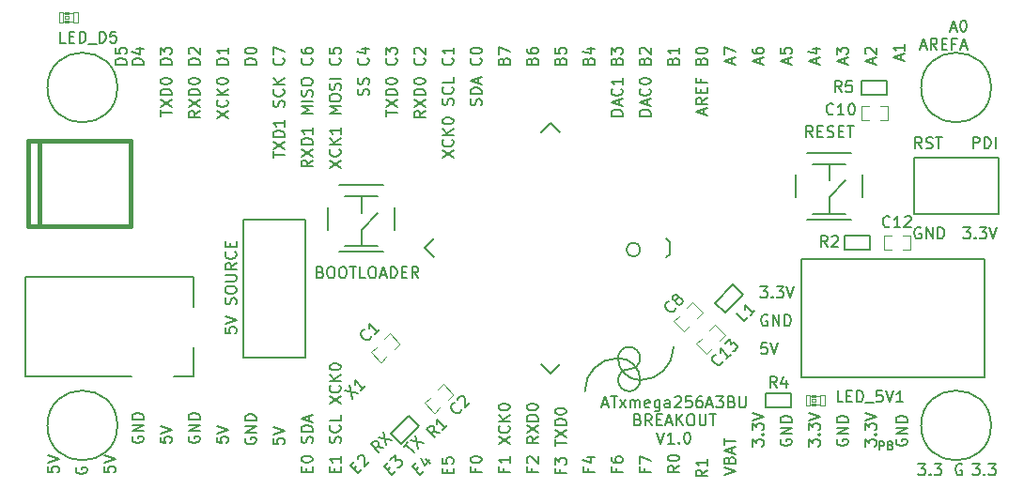
<source format=gto>
G04 (created by PCBNEW (2013-07-07 BZR 4022)-stable) date 2/20/2015 2:37:17 PM*
%MOIN*%
G04 Gerber Fmt 3.4, Leading zero omitted, Abs format*
%FSLAX34Y34*%
G01*
G70*
G90*
G04 APERTURE LIST*
%ADD10C,0.00590551*%
%ADD11C,0.008*%
%ADD12C,0.015*%
%ADD13C,0.0047*%
%ADD14C,0.005*%
%ADD15C,0.0026*%
%ADD16C,0.004*%
%ADD17C,0.006*%
G04 APERTURE END LIST*
G54D10*
G54D11*
X32780Y-21995D02*
X32761Y-22033D01*
X32761Y-22090D01*
X32780Y-22147D01*
X32819Y-22185D01*
X32857Y-22204D01*
X32933Y-22223D01*
X32990Y-22223D01*
X33066Y-22204D01*
X33104Y-22185D01*
X33142Y-22147D01*
X33161Y-22090D01*
X33161Y-22052D01*
X33142Y-21995D01*
X33123Y-21976D01*
X32990Y-21976D01*
X32990Y-22052D01*
X33161Y-21804D02*
X32761Y-21804D01*
X33161Y-21576D01*
X32761Y-21576D01*
X33161Y-21385D02*
X32761Y-21385D01*
X32761Y-21290D01*
X32780Y-21233D01*
X32819Y-21195D01*
X32857Y-21176D01*
X32933Y-21157D01*
X32990Y-21157D01*
X33066Y-21176D01*
X33104Y-21195D01*
X33142Y-21233D01*
X33161Y-21290D01*
X33161Y-21385D01*
X31761Y-22242D02*
X31761Y-21995D01*
X31914Y-22128D01*
X31914Y-22071D01*
X31933Y-22033D01*
X31952Y-22014D01*
X31990Y-21995D01*
X32085Y-21995D01*
X32123Y-22014D01*
X32142Y-22033D01*
X32161Y-22071D01*
X32161Y-22185D01*
X32142Y-22223D01*
X32123Y-22242D01*
X32123Y-21823D02*
X32142Y-21804D01*
X32161Y-21823D01*
X32142Y-21842D01*
X32123Y-21823D01*
X32161Y-21823D01*
X31761Y-21671D02*
X31761Y-21423D01*
X31914Y-21557D01*
X31914Y-21500D01*
X31933Y-21461D01*
X31952Y-21442D01*
X31990Y-21423D01*
X32085Y-21423D01*
X32123Y-21442D01*
X32142Y-21461D01*
X32161Y-21500D01*
X32161Y-21614D01*
X32142Y-21652D01*
X32123Y-21671D01*
X31761Y-21309D02*
X32161Y-21176D01*
X31761Y-21042D01*
X13780Y-21945D02*
X13761Y-21983D01*
X13761Y-22040D01*
X13780Y-22097D01*
X13819Y-22135D01*
X13857Y-22154D01*
X13933Y-22173D01*
X13990Y-22173D01*
X14066Y-22154D01*
X14104Y-22135D01*
X14142Y-22097D01*
X14161Y-22040D01*
X14161Y-22002D01*
X14142Y-21945D01*
X14123Y-21926D01*
X13990Y-21926D01*
X13990Y-22002D01*
X14161Y-21754D02*
X13761Y-21754D01*
X14161Y-21526D01*
X13761Y-21526D01*
X14161Y-21335D02*
X13761Y-21335D01*
X13761Y-21240D01*
X13780Y-21183D01*
X13819Y-21145D01*
X13857Y-21126D01*
X13933Y-21107D01*
X13990Y-21107D01*
X14066Y-21126D01*
X14104Y-21145D01*
X14142Y-21183D01*
X14161Y-21240D01*
X14161Y-21335D01*
X14761Y-21964D02*
X14761Y-22154D01*
X14952Y-22173D01*
X14933Y-22154D01*
X14914Y-22116D01*
X14914Y-22021D01*
X14933Y-21983D01*
X14952Y-21964D01*
X14990Y-21945D01*
X15085Y-21945D01*
X15123Y-21964D01*
X15142Y-21983D01*
X15161Y-22021D01*
X15161Y-22116D01*
X15142Y-22154D01*
X15123Y-22173D01*
X14761Y-21830D02*
X15161Y-21697D01*
X14761Y-21564D01*
X24952Y-23071D02*
X24952Y-23204D01*
X25161Y-23204D02*
X24761Y-23204D01*
X24761Y-23014D01*
X24761Y-22900D02*
X24761Y-22652D01*
X24914Y-22785D01*
X24914Y-22728D01*
X24933Y-22690D01*
X24952Y-22671D01*
X24990Y-22652D01*
X25085Y-22652D01*
X25123Y-22671D01*
X25142Y-22690D01*
X25161Y-22728D01*
X25161Y-22842D01*
X25142Y-22880D01*
X25123Y-22900D01*
X24761Y-22233D02*
X24761Y-22004D01*
X25161Y-22119D02*
X24761Y-22119D01*
X24761Y-21909D02*
X25161Y-21642D01*
X24761Y-21642D02*
X25161Y-21909D01*
X25161Y-21490D02*
X24761Y-21490D01*
X24761Y-21395D01*
X24780Y-21338D01*
X24819Y-21300D01*
X24857Y-21280D01*
X24933Y-21261D01*
X24990Y-21261D01*
X25066Y-21280D01*
X25104Y-21300D01*
X25142Y-21338D01*
X25161Y-21395D01*
X25161Y-21490D01*
X24761Y-21014D02*
X24761Y-20976D01*
X24780Y-20938D01*
X24800Y-20919D01*
X24838Y-20900D01*
X24914Y-20880D01*
X25009Y-20880D01*
X25085Y-20900D01*
X25123Y-20919D01*
X25142Y-20938D01*
X25161Y-20976D01*
X25161Y-21014D01*
X25142Y-21052D01*
X25123Y-21071D01*
X25085Y-21090D01*
X25009Y-21109D01*
X24914Y-21109D01*
X24838Y-21090D01*
X24800Y-21071D01*
X24780Y-21052D01*
X24761Y-21014D01*
X33914Y-11261D02*
X33780Y-11071D01*
X33685Y-11261D02*
X33685Y-10861D01*
X33838Y-10861D01*
X33876Y-10880D01*
X33895Y-10900D01*
X33914Y-10938D01*
X33914Y-10995D01*
X33895Y-11033D01*
X33876Y-11052D01*
X33838Y-11071D01*
X33685Y-11071D01*
X34085Y-11052D02*
X34219Y-11052D01*
X34276Y-11261D02*
X34085Y-11261D01*
X34085Y-10861D01*
X34276Y-10861D01*
X34428Y-11242D02*
X34485Y-11261D01*
X34580Y-11261D01*
X34619Y-11242D01*
X34638Y-11223D01*
X34657Y-11185D01*
X34657Y-11147D01*
X34638Y-11109D01*
X34619Y-11090D01*
X34580Y-11071D01*
X34504Y-11052D01*
X34466Y-11033D01*
X34447Y-11014D01*
X34428Y-10976D01*
X34428Y-10938D01*
X34447Y-10900D01*
X34466Y-10880D01*
X34504Y-10861D01*
X34600Y-10861D01*
X34657Y-10880D01*
X34828Y-11052D02*
X34961Y-11052D01*
X35019Y-11261D02*
X34828Y-11261D01*
X34828Y-10861D01*
X35019Y-10861D01*
X35133Y-10861D02*
X35361Y-10861D01*
X35247Y-11261D02*
X35247Y-10861D01*
X16438Y-16052D02*
X16495Y-16071D01*
X16514Y-16090D01*
X16533Y-16128D01*
X16533Y-16185D01*
X16514Y-16223D01*
X16495Y-16242D01*
X16457Y-16261D01*
X16304Y-16261D01*
X16304Y-15861D01*
X16438Y-15861D01*
X16476Y-15880D01*
X16495Y-15900D01*
X16514Y-15938D01*
X16514Y-15976D01*
X16495Y-16014D01*
X16476Y-16033D01*
X16438Y-16052D01*
X16304Y-16052D01*
X16780Y-15861D02*
X16857Y-15861D01*
X16895Y-15880D01*
X16933Y-15919D01*
X16952Y-15995D01*
X16952Y-16128D01*
X16933Y-16204D01*
X16895Y-16242D01*
X16857Y-16261D01*
X16780Y-16261D01*
X16742Y-16242D01*
X16704Y-16204D01*
X16685Y-16128D01*
X16685Y-15995D01*
X16704Y-15919D01*
X16742Y-15880D01*
X16780Y-15861D01*
X17200Y-15861D02*
X17276Y-15861D01*
X17314Y-15880D01*
X17352Y-15919D01*
X17371Y-15995D01*
X17371Y-16128D01*
X17352Y-16204D01*
X17314Y-16242D01*
X17276Y-16261D01*
X17200Y-16261D01*
X17161Y-16242D01*
X17123Y-16204D01*
X17104Y-16128D01*
X17104Y-15995D01*
X17123Y-15919D01*
X17161Y-15880D01*
X17200Y-15861D01*
X17485Y-15861D02*
X17714Y-15861D01*
X17600Y-16261D02*
X17600Y-15861D01*
X18038Y-16261D02*
X17847Y-16261D01*
X17847Y-15861D01*
X18247Y-15861D02*
X18323Y-15861D01*
X18361Y-15880D01*
X18400Y-15919D01*
X18419Y-15995D01*
X18419Y-16128D01*
X18400Y-16204D01*
X18361Y-16242D01*
X18323Y-16261D01*
X18247Y-16261D01*
X18209Y-16242D01*
X18171Y-16204D01*
X18152Y-16128D01*
X18152Y-15995D01*
X18171Y-15919D01*
X18209Y-15880D01*
X18247Y-15861D01*
X18571Y-16147D02*
X18761Y-16147D01*
X18533Y-16261D02*
X18666Y-15861D01*
X18800Y-16261D01*
X18933Y-16261D02*
X18933Y-15861D01*
X19028Y-15861D01*
X19085Y-15880D01*
X19123Y-15919D01*
X19142Y-15957D01*
X19161Y-16033D01*
X19161Y-16090D01*
X19142Y-16166D01*
X19123Y-16204D01*
X19085Y-16242D01*
X19028Y-16261D01*
X18933Y-16261D01*
X19333Y-16052D02*
X19466Y-16052D01*
X19523Y-16261D02*
X19333Y-16261D01*
X19333Y-15861D01*
X19523Y-15861D01*
X19923Y-16261D02*
X19790Y-16071D01*
X19695Y-16261D02*
X19695Y-15861D01*
X19847Y-15861D01*
X19885Y-15880D01*
X19904Y-15900D01*
X19923Y-15938D01*
X19923Y-15995D01*
X19904Y-16033D01*
X19885Y-16052D01*
X19847Y-16071D01*
X19695Y-16071D01*
X37745Y-14480D02*
X37707Y-14461D01*
X37650Y-14461D01*
X37592Y-14480D01*
X37554Y-14519D01*
X37535Y-14557D01*
X37516Y-14633D01*
X37516Y-14690D01*
X37535Y-14766D01*
X37554Y-14804D01*
X37592Y-14842D01*
X37650Y-14861D01*
X37688Y-14861D01*
X37745Y-14842D01*
X37764Y-14823D01*
X37764Y-14690D01*
X37688Y-14690D01*
X37935Y-14861D02*
X37935Y-14461D01*
X38164Y-14861D01*
X38164Y-14461D01*
X38354Y-14861D02*
X38354Y-14461D01*
X38450Y-14461D01*
X38507Y-14480D01*
X38545Y-14519D01*
X38564Y-14557D01*
X38583Y-14633D01*
X38583Y-14690D01*
X38564Y-14766D01*
X38545Y-14804D01*
X38507Y-14842D01*
X38450Y-14861D01*
X38354Y-14861D01*
X26447Y-20747D02*
X26638Y-20747D01*
X26409Y-20861D02*
X26542Y-20461D01*
X26676Y-20861D01*
X26752Y-20461D02*
X26980Y-20461D01*
X26866Y-20861D02*
X26866Y-20461D01*
X27076Y-20861D02*
X27285Y-20595D01*
X27076Y-20595D02*
X27285Y-20861D01*
X27438Y-20861D02*
X27438Y-20595D01*
X27438Y-20633D02*
X27457Y-20614D01*
X27495Y-20595D01*
X27552Y-20595D01*
X27590Y-20614D01*
X27609Y-20652D01*
X27609Y-20861D01*
X27609Y-20652D02*
X27628Y-20614D01*
X27666Y-20595D01*
X27723Y-20595D01*
X27761Y-20614D01*
X27780Y-20652D01*
X27780Y-20861D01*
X28123Y-20842D02*
X28085Y-20861D01*
X28009Y-20861D01*
X27971Y-20842D01*
X27952Y-20804D01*
X27952Y-20652D01*
X27971Y-20614D01*
X28009Y-20595D01*
X28085Y-20595D01*
X28123Y-20614D01*
X28142Y-20652D01*
X28142Y-20690D01*
X27952Y-20728D01*
X28485Y-20595D02*
X28485Y-20919D01*
X28466Y-20957D01*
X28447Y-20976D01*
X28409Y-20995D01*
X28352Y-20995D01*
X28314Y-20976D01*
X28485Y-20842D02*
X28447Y-20861D01*
X28371Y-20861D01*
X28333Y-20842D01*
X28314Y-20823D01*
X28295Y-20785D01*
X28295Y-20671D01*
X28314Y-20633D01*
X28333Y-20614D01*
X28371Y-20595D01*
X28447Y-20595D01*
X28485Y-20614D01*
X28847Y-20861D02*
X28847Y-20652D01*
X28828Y-20614D01*
X28790Y-20595D01*
X28714Y-20595D01*
X28676Y-20614D01*
X28847Y-20842D02*
X28809Y-20861D01*
X28714Y-20861D01*
X28676Y-20842D01*
X28657Y-20804D01*
X28657Y-20766D01*
X28676Y-20728D01*
X28714Y-20709D01*
X28809Y-20709D01*
X28847Y-20690D01*
X29019Y-20500D02*
X29038Y-20480D01*
X29076Y-20461D01*
X29171Y-20461D01*
X29209Y-20480D01*
X29228Y-20500D01*
X29247Y-20538D01*
X29247Y-20576D01*
X29228Y-20633D01*
X29000Y-20861D01*
X29247Y-20861D01*
X29609Y-20461D02*
X29419Y-20461D01*
X29400Y-20652D01*
X29419Y-20633D01*
X29457Y-20614D01*
X29552Y-20614D01*
X29590Y-20633D01*
X29609Y-20652D01*
X29628Y-20690D01*
X29628Y-20785D01*
X29609Y-20823D01*
X29590Y-20842D01*
X29552Y-20861D01*
X29457Y-20861D01*
X29419Y-20842D01*
X29400Y-20823D01*
X29971Y-20461D02*
X29895Y-20461D01*
X29857Y-20480D01*
X29838Y-20500D01*
X29800Y-20557D01*
X29780Y-20633D01*
X29780Y-20785D01*
X29800Y-20823D01*
X29819Y-20842D01*
X29857Y-20861D01*
X29933Y-20861D01*
X29971Y-20842D01*
X29990Y-20823D01*
X30009Y-20785D01*
X30009Y-20690D01*
X29990Y-20652D01*
X29971Y-20633D01*
X29933Y-20614D01*
X29857Y-20614D01*
X29819Y-20633D01*
X29800Y-20652D01*
X29780Y-20690D01*
X30161Y-20747D02*
X30352Y-20747D01*
X30123Y-20861D02*
X30257Y-20461D01*
X30390Y-20861D01*
X30485Y-20461D02*
X30733Y-20461D01*
X30600Y-20614D01*
X30657Y-20614D01*
X30695Y-20633D01*
X30714Y-20652D01*
X30733Y-20690D01*
X30733Y-20785D01*
X30714Y-20823D01*
X30695Y-20842D01*
X30657Y-20861D01*
X30542Y-20861D01*
X30504Y-20842D01*
X30485Y-20823D01*
X31038Y-20652D02*
X31095Y-20671D01*
X31114Y-20690D01*
X31133Y-20728D01*
X31133Y-20785D01*
X31114Y-20823D01*
X31095Y-20842D01*
X31057Y-20861D01*
X30904Y-20861D01*
X30904Y-20461D01*
X31038Y-20461D01*
X31076Y-20480D01*
X31095Y-20500D01*
X31114Y-20538D01*
X31114Y-20576D01*
X31095Y-20614D01*
X31076Y-20633D01*
X31038Y-20652D01*
X30904Y-20652D01*
X31304Y-20461D02*
X31304Y-20785D01*
X31323Y-20823D01*
X31342Y-20842D01*
X31380Y-20861D01*
X31457Y-20861D01*
X31495Y-20842D01*
X31514Y-20823D01*
X31533Y-20785D01*
X31533Y-20461D01*
X27704Y-21292D02*
X27761Y-21311D01*
X27780Y-21330D01*
X27800Y-21368D01*
X27800Y-21425D01*
X27780Y-21463D01*
X27761Y-21482D01*
X27723Y-21501D01*
X27571Y-21501D01*
X27571Y-21101D01*
X27704Y-21101D01*
X27742Y-21120D01*
X27761Y-21140D01*
X27780Y-21178D01*
X27780Y-21216D01*
X27761Y-21254D01*
X27742Y-21273D01*
X27704Y-21292D01*
X27571Y-21292D01*
X28200Y-21501D02*
X28066Y-21311D01*
X27971Y-21501D02*
X27971Y-21101D01*
X28123Y-21101D01*
X28161Y-21120D01*
X28180Y-21140D01*
X28200Y-21178D01*
X28200Y-21235D01*
X28180Y-21273D01*
X28161Y-21292D01*
X28123Y-21311D01*
X27971Y-21311D01*
X28371Y-21292D02*
X28504Y-21292D01*
X28561Y-21501D02*
X28371Y-21501D01*
X28371Y-21101D01*
X28561Y-21101D01*
X28714Y-21387D02*
X28904Y-21387D01*
X28676Y-21501D02*
X28809Y-21101D01*
X28942Y-21501D01*
X29076Y-21501D02*
X29076Y-21101D01*
X29304Y-21501D02*
X29133Y-21273D01*
X29304Y-21101D02*
X29076Y-21330D01*
X29552Y-21101D02*
X29628Y-21101D01*
X29666Y-21120D01*
X29704Y-21159D01*
X29723Y-21235D01*
X29723Y-21368D01*
X29704Y-21444D01*
X29666Y-21482D01*
X29628Y-21501D01*
X29552Y-21501D01*
X29514Y-21482D01*
X29476Y-21444D01*
X29457Y-21368D01*
X29457Y-21235D01*
X29476Y-21159D01*
X29514Y-21120D01*
X29552Y-21101D01*
X29895Y-21101D02*
X29895Y-21425D01*
X29914Y-21463D01*
X29933Y-21482D01*
X29971Y-21501D01*
X30047Y-21501D01*
X30085Y-21482D01*
X30104Y-21463D01*
X30123Y-21425D01*
X30123Y-21101D01*
X30257Y-21101D02*
X30485Y-21101D01*
X30371Y-21501D02*
X30371Y-21101D01*
X28390Y-21741D02*
X28523Y-22141D01*
X28657Y-21741D01*
X29000Y-22141D02*
X28771Y-22141D01*
X28885Y-22141D02*
X28885Y-21741D01*
X28847Y-21799D01*
X28809Y-21837D01*
X28771Y-21856D01*
X29171Y-22103D02*
X29190Y-22122D01*
X29171Y-22141D01*
X29152Y-22122D01*
X29171Y-22103D01*
X29171Y-22141D01*
X29438Y-21741D02*
X29476Y-21741D01*
X29514Y-21760D01*
X29533Y-21780D01*
X29552Y-21818D01*
X29571Y-21894D01*
X29571Y-21989D01*
X29552Y-22065D01*
X29533Y-22103D01*
X29514Y-22122D01*
X29476Y-22141D01*
X29438Y-22141D01*
X29400Y-22122D01*
X29380Y-22103D01*
X29361Y-22065D01*
X29342Y-21989D01*
X29342Y-21894D01*
X29361Y-21818D01*
X29380Y-21780D01*
X29400Y-21760D01*
X29438Y-21741D01*
X39259Y-14461D02*
X39507Y-14461D01*
X39373Y-14614D01*
X39430Y-14614D01*
X39469Y-14633D01*
X39488Y-14652D01*
X39507Y-14690D01*
X39507Y-14785D01*
X39488Y-14823D01*
X39469Y-14842D01*
X39430Y-14861D01*
X39316Y-14861D01*
X39278Y-14842D01*
X39259Y-14823D01*
X39678Y-14823D02*
X39697Y-14842D01*
X39678Y-14861D01*
X39659Y-14842D01*
X39678Y-14823D01*
X39678Y-14861D01*
X39830Y-14461D02*
X40078Y-14461D01*
X39945Y-14614D01*
X40002Y-14614D01*
X40040Y-14633D01*
X40059Y-14652D01*
X40078Y-14690D01*
X40078Y-14785D01*
X40059Y-14823D01*
X40040Y-14842D01*
X40002Y-14861D01*
X39888Y-14861D01*
X39850Y-14842D01*
X39830Y-14823D01*
X40192Y-14461D02*
X40326Y-14861D01*
X40459Y-14461D01*
X37780Y-11661D02*
X37647Y-11471D01*
X37552Y-11661D02*
X37552Y-11261D01*
X37704Y-11261D01*
X37742Y-11280D01*
X37761Y-11300D01*
X37780Y-11338D01*
X37780Y-11395D01*
X37761Y-11433D01*
X37742Y-11452D01*
X37704Y-11471D01*
X37552Y-11471D01*
X37933Y-11642D02*
X37990Y-11661D01*
X38085Y-11661D01*
X38123Y-11642D01*
X38142Y-11623D01*
X38161Y-11585D01*
X38161Y-11547D01*
X38142Y-11509D01*
X38123Y-11490D01*
X38085Y-11471D01*
X38009Y-11452D01*
X37971Y-11433D01*
X37952Y-11414D01*
X37933Y-11376D01*
X37933Y-11338D01*
X37952Y-11300D01*
X37971Y-11280D01*
X38009Y-11261D01*
X38104Y-11261D01*
X38161Y-11280D01*
X38276Y-11261D02*
X38504Y-11261D01*
X38390Y-11661D02*
X38390Y-11261D01*
X39600Y-11661D02*
X39600Y-11261D01*
X39752Y-11261D01*
X39790Y-11280D01*
X39809Y-11300D01*
X39828Y-11338D01*
X39828Y-11395D01*
X39809Y-11433D01*
X39790Y-11452D01*
X39752Y-11471D01*
X39600Y-11471D01*
X40000Y-11661D02*
X40000Y-11261D01*
X40095Y-11261D01*
X40152Y-11280D01*
X40190Y-11319D01*
X40209Y-11357D01*
X40228Y-11433D01*
X40228Y-11490D01*
X40209Y-11566D01*
X40190Y-11604D01*
X40152Y-11642D01*
X40095Y-11661D01*
X40000Y-11661D01*
X40400Y-11661D02*
X40400Y-11261D01*
X32285Y-18561D02*
X32095Y-18561D01*
X32076Y-18752D01*
X32095Y-18733D01*
X32133Y-18714D01*
X32228Y-18714D01*
X32266Y-18733D01*
X32285Y-18752D01*
X32304Y-18790D01*
X32304Y-18885D01*
X32285Y-18923D01*
X32266Y-18942D01*
X32228Y-18961D01*
X32133Y-18961D01*
X32095Y-18942D01*
X32076Y-18923D01*
X32419Y-18561D02*
X32552Y-18961D01*
X32685Y-18561D01*
X32057Y-16561D02*
X32304Y-16561D01*
X32171Y-16714D01*
X32228Y-16714D01*
X32266Y-16733D01*
X32285Y-16752D01*
X32304Y-16790D01*
X32304Y-16885D01*
X32285Y-16923D01*
X32266Y-16942D01*
X32228Y-16961D01*
X32114Y-16961D01*
X32076Y-16942D01*
X32057Y-16923D01*
X32476Y-16923D02*
X32495Y-16942D01*
X32476Y-16961D01*
X32457Y-16942D01*
X32476Y-16923D01*
X32476Y-16961D01*
X32628Y-16561D02*
X32876Y-16561D01*
X32742Y-16714D01*
X32800Y-16714D01*
X32838Y-16733D01*
X32857Y-16752D01*
X32876Y-16790D01*
X32876Y-16885D01*
X32857Y-16923D01*
X32838Y-16942D01*
X32800Y-16961D01*
X32685Y-16961D01*
X32647Y-16942D01*
X32628Y-16923D01*
X32990Y-16561D02*
X33123Y-16961D01*
X33257Y-16561D01*
X32304Y-17580D02*
X32266Y-17561D01*
X32209Y-17561D01*
X32152Y-17580D01*
X32114Y-17619D01*
X32095Y-17657D01*
X32076Y-17733D01*
X32076Y-17790D01*
X32095Y-17866D01*
X32114Y-17904D01*
X32152Y-17942D01*
X32209Y-17961D01*
X32247Y-17961D01*
X32304Y-17942D01*
X32323Y-17923D01*
X32323Y-17790D01*
X32247Y-17790D01*
X32495Y-17961D02*
X32495Y-17561D01*
X32723Y-17961D01*
X32723Y-17561D01*
X32914Y-17961D02*
X32914Y-17561D01*
X33009Y-17561D01*
X33066Y-17580D01*
X33104Y-17619D01*
X33123Y-17657D01*
X33142Y-17733D01*
X33142Y-17790D01*
X33123Y-17866D01*
X33104Y-17904D01*
X33066Y-17942D01*
X33009Y-17961D01*
X32914Y-17961D01*
X39204Y-22880D02*
X39166Y-22861D01*
X39109Y-22861D01*
X39052Y-22880D01*
X39014Y-22919D01*
X38995Y-22957D01*
X38976Y-23033D01*
X38976Y-23090D01*
X38995Y-23166D01*
X39014Y-23204D01*
X39052Y-23242D01*
X39109Y-23261D01*
X39147Y-23261D01*
X39204Y-23242D01*
X39223Y-23223D01*
X39223Y-23090D01*
X39147Y-23090D01*
X36880Y-21995D02*
X36861Y-22033D01*
X36861Y-22090D01*
X36880Y-22147D01*
X36919Y-22185D01*
X36957Y-22204D01*
X37033Y-22223D01*
X37090Y-22223D01*
X37166Y-22204D01*
X37204Y-22185D01*
X37242Y-22147D01*
X37261Y-22090D01*
X37261Y-22052D01*
X37242Y-21995D01*
X37223Y-21976D01*
X37090Y-21976D01*
X37090Y-22052D01*
X37261Y-21804D02*
X36861Y-21804D01*
X37261Y-21576D01*
X36861Y-21576D01*
X37261Y-21385D02*
X36861Y-21385D01*
X36861Y-21290D01*
X36880Y-21233D01*
X36919Y-21195D01*
X36957Y-21176D01*
X37033Y-21157D01*
X37090Y-21157D01*
X37166Y-21176D01*
X37204Y-21195D01*
X37242Y-21233D01*
X37261Y-21290D01*
X37261Y-21385D01*
X34780Y-21995D02*
X34761Y-22033D01*
X34761Y-22090D01*
X34780Y-22147D01*
X34819Y-22185D01*
X34857Y-22204D01*
X34933Y-22223D01*
X34990Y-22223D01*
X35066Y-22204D01*
X35104Y-22185D01*
X35142Y-22147D01*
X35161Y-22090D01*
X35161Y-22052D01*
X35142Y-21995D01*
X35123Y-21976D01*
X34990Y-21976D01*
X34990Y-22052D01*
X35161Y-21804D02*
X34761Y-21804D01*
X35161Y-21576D01*
X34761Y-21576D01*
X35161Y-21385D02*
X34761Y-21385D01*
X34761Y-21290D01*
X34780Y-21233D01*
X34819Y-21195D01*
X34857Y-21176D01*
X34933Y-21157D01*
X34990Y-21157D01*
X35066Y-21176D01*
X35104Y-21195D01*
X35142Y-21233D01*
X35161Y-21290D01*
X35161Y-21385D01*
X39580Y-22861D02*
X39828Y-22861D01*
X39695Y-23014D01*
X39752Y-23014D01*
X39790Y-23033D01*
X39809Y-23052D01*
X39828Y-23090D01*
X39828Y-23185D01*
X39809Y-23223D01*
X39790Y-23242D01*
X39752Y-23261D01*
X39638Y-23261D01*
X39600Y-23242D01*
X39580Y-23223D01*
X40000Y-23223D02*
X40019Y-23242D01*
X40000Y-23261D01*
X39980Y-23242D01*
X40000Y-23223D01*
X40000Y-23261D01*
X40152Y-22861D02*
X40400Y-22861D01*
X40266Y-23014D01*
X40323Y-23014D01*
X40361Y-23033D01*
X40380Y-23052D01*
X40400Y-23090D01*
X40400Y-23185D01*
X40380Y-23223D01*
X40361Y-23242D01*
X40323Y-23261D01*
X40209Y-23261D01*
X40171Y-23242D01*
X40152Y-23223D01*
X37657Y-22861D02*
X37904Y-22861D01*
X37771Y-23014D01*
X37828Y-23014D01*
X37866Y-23033D01*
X37885Y-23052D01*
X37904Y-23090D01*
X37904Y-23185D01*
X37885Y-23223D01*
X37866Y-23242D01*
X37828Y-23261D01*
X37714Y-23261D01*
X37676Y-23242D01*
X37657Y-23223D01*
X38076Y-23223D02*
X38095Y-23242D01*
X38076Y-23261D01*
X38057Y-23242D01*
X38076Y-23223D01*
X38076Y-23261D01*
X38228Y-22861D02*
X38476Y-22861D01*
X38342Y-23014D01*
X38400Y-23014D01*
X38438Y-23033D01*
X38457Y-23052D01*
X38476Y-23090D01*
X38476Y-23185D01*
X38457Y-23223D01*
X38438Y-23242D01*
X38400Y-23261D01*
X38285Y-23261D01*
X38247Y-23242D01*
X38228Y-23223D01*
X35761Y-22242D02*
X35761Y-21995D01*
X35914Y-22128D01*
X35914Y-22071D01*
X35933Y-22033D01*
X35952Y-22014D01*
X35990Y-21995D01*
X36085Y-21995D01*
X36123Y-22014D01*
X36142Y-22033D01*
X36161Y-22071D01*
X36161Y-22185D01*
X36142Y-22223D01*
X36123Y-22242D01*
X36123Y-21823D02*
X36142Y-21804D01*
X36161Y-21823D01*
X36142Y-21842D01*
X36123Y-21823D01*
X36161Y-21823D01*
X35761Y-21671D02*
X35761Y-21423D01*
X35914Y-21557D01*
X35914Y-21500D01*
X35933Y-21461D01*
X35952Y-21442D01*
X35990Y-21423D01*
X36085Y-21423D01*
X36123Y-21442D01*
X36142Y-21461D01*
X36161Y-21500D01*
X36161Y-21614D01*
X36142Y-21652D01*
X36123Y-21671D01*
X35761Y-21309D02*
X36161Y-21176D01*
X35761Y-21042D01*
X33761Y-22242D02*
X33761Y-21995D01*
X33914Y-22128D01*
X33914Y-22071D01*
X33933Y-22033D01*
X33952Y-22014D01*
X33990Y-21995D01*
X34085Y-21995D01*
X34123Y-22014D01*
X34142Y-22033D01*
X34161Y-22071D01*
X34161Y-22185D01*
X34142Y-22223D01*
X34123Y-22242D01*
X34123Y-21823D02*
X34142Y-21804D01*
X34161Y-21823D01*
X34142Y-21842D01*
X34123Y-21823D01*
X34161Y-21823D01*
X33761Y-21671D02*
X33761Y-21423D01*
X33914Y-21557D01*
X33914Y-21500D01*
X33933Y-21461D01*
X33952Y-21442D01*
X33990Y-21423D01*
X34085Y-21423D01*
X34123Y-21442D01*
X34142Y-21461D01*
X34161Y-21500D01*
X34161Y-21614D01*
X34142Y-21652D01*
X34123Y-21671D01*
X33761Y-21309D02*
X34161Y-21176D01*
X33761Y-21042D01*
X30761Y-23261D02*
X31161Y-23128D01*
X30761Y-22995D01*
X30952Y-22728D02*
X30971Y-22671D01*
X30990Y-22652D01*
X31028Y-22633D01*
X31085Y-22633D01*
X31123Y-22652D01*
X31142Y-22671D01*
X31161Y-22709D01*
X31161Y-22861D01*
X30761Y-22861D01*
X30761Y-22728D01*
X30780Y-22690D01*
X30800Y-22671D01*
X30838Y-22652D01*
X30876Y-22652D01*
X30914Y-22671D01*
X30933Y-22690D01*
X30952Y-22728D01*
X30952Y-22861D01*
X31047Y-22480D02*
X31047Y-22290D01*
X31161Y-22519D02*
X30761Y-22385D01*
X31161Y-22252D01*
X30761Y-22176D02*
X30761Y-21947D01*
X31161Y-22061D02*
X30761Y-22061D01*
X30161Y-23076D02*
X29971Y-23209D01*
X30161Y-23304D02*
X29761Y-23304D01*
X29761Y-23152D01*
X29780Y-23114D01*
X29800Y-23095D01*
X29838Y-23076D01*
X29895Y-23076D01*
X29933Y-23095D01*
X29952Y-23114D01*
X29971Y-23152D01*
X29971Y-23304D01*
X30161Y-22695D02*
X30161Y-22923D01*
X30161Y-22809D02*
X29761Y-22809D01*
X29819Y-22847D01*
X29857Y-22885D01*
X29876Y-22923D01*
X29161Y-22926D02*
X28971Y-23059D01*
X29161Y-23154D02*
X28761Y-23154D01*
X28761Y-23002D01*
X28780Y-22964D01*
X28800Y-22945D01*
X28838Y-22926D01*
X28895Y-22926D01*
X28933Y-22945D01*
X28952Y-22964D01*
X28971Y-23002D01*
X28971Y-23154D01*
X28761Y-22678D02*
X28761Y-22640D01*
X28780Y-22602D01*
X28800Y-22583D01*
X28838Y-22564D01*
X28914Y-22545D01*
X29009Y-22545D01*
X29085Y-22564D01*
X29123Y-22583D01*
X29142Y-22602D01*
X29161Y-22640D01*
X29161Y-22678D01*
X29142Y-22716D01*
X29123Y-22735D01*
X29085Y-22754D01*
X29009Y-22773D01*
X28914Y-22773D01*
X28838Y-22754D01*
X28800Y-22735D01*
X28780Y-22716D01*
X28761Y-22678D01*
X27952Y-23021D02*
X27952Y-23154D01*
X28161Y-23154D02*
X27761Y-23154D01*
X27761Y-22964D01*
X27761Y-22850D02*
X27761Y-22583D01*
X28161Y-22754D01*
X26952Y-23021D02*
X26952Y-23154D01*
X27161Y-23154D02*
X26761Y-23154D01*
X26761Y-22964D01*
X26761Y-22640D02*
X26761Y-22716D01*
X26780Y-22754D01*
X26800Y-22773D01*
X26857Y-22811D01*
X26933Y-22830D01*
X27085Y-22830D01*
X27123Y-22811D01*
X27142Y-22792D01*
X27161Y-22754D01*
X27161Y-22678D01*
X27142Y-22640D01*
X27123Y-22621D01*
X27085Y-22602D01*
X26990Y-22602D01*
X26952Y-22621D01*
X26933Y-22640D01*
X26914Y-22678D01*
X26914Y-22754D01*
X26933Y-22792D01*
X26952Y-22811D01*
X26990Y-22830D01*
X25952Y-23021D02*
X25952Y-23154D01*
X26161Y-23154D02*
X25761Y-23154D01*
X25761Y-22964D01*
X25895Y-22640D02*
X26161Y-22640D01*
X25742Y-22735D02*
X26028Y-22830D01*
X26028Y-22583D01*
X23952Y-23021D02*
X23952Y-23154D01*
X24161Y-23154D02*
X23761Y-23154D01*
X23761Y-22964D01*
X23800Y-22830D02*
X23780Y-22811D01*
X23761Y-22773D01*
X23761Y-22678D01*
X23780Y-22640D01*
X23800Y-22621D01*
X23838Y-22602D01*
X23876Y-22602D01*
X23933Y-22621D01*
X24161Y-22850D01*
X24161Y-22602D01*
X24161Y-21897D02*
X23971Y-22030D01*
X24161Y-22126D02*
X23761Y-22126D01*
X23761Y-21973D01*
X23780Y-21935D01*
X23800Y-21916D01*
X23838Y-21897D01*
X23895Y-21897D01*
X23933Y-21916D01*
X23952Y-21935D01*
X23971Y-21973D01*
X23971Y-22126D01*
X23761Y-21764D02*
X24161Y-21497D01*
X23761Y-21497D02*
X24161Y-21764D01*
X24161Y-21345D02*
X23761Y-21345D01*
X23761Y-21250D01*
X23780Y-21192D01*
X23819Y-21154D01*
X23857Y-21135D01*
X23933Y-21116D01*
X23990Y-21116D01*
X24066Y-21135D01*
X24104Y-21154D01*
X24142Y-21192D01*
X24161Y-21250D01*
X24161Y-21345D01*
X23761Y-20869D02*
X23761Y-20830D01*
X23780Y-20792D01*
X23800Y-20773D01*
X23838Y-20754D01*
X23914Y-20735D01*
X24009Y-20735D01*
X24085Y-20754D01*
X24123Y-20773D01*
X24142Y-20792D01*
X24161Y-20830D01*
X24161Y-20869D01*
X24142Y-20907D01*
X24123Y-20926D01*
X24085Y-20945D01*
X24009Y-20964D01*
X23914Y-20964D01*
X23838Y-20945D01*
X23800Y-20926D01*
X23780Y-20907D01*
X23761Y-20869D01*
X22952Y-23021D02*
X22952Y-23154D01*
X23161Y-23154D02*
X22761Y-23154D01*
X22761Y-22964D01*
X23161Y-22602D02*
X23161Y-22830D01*
X23161Y-22716D02*
X22761Y-22716D01*
X22819Y-22754D01*
X22857Y-22792D01*
X22876Y-22830D01*
X22761Y-22164D02*
X23161Y-21897D01*
X22761Y-21897D02*
X23161Y-22164D01*
X23123Y-21516D02*
X23142Y-21535D01*
X23161Y-21592D01*
X23161Y-21630D01*
X23142Y-21688D01*
X23104Y-21726D01*
X23066Y-21745D01*
X22990Y-21764D01*
X22933Y-21764D01*
X22857Y-21745D01*
X22819Y-21726D01*
X22780Y-21688D01*
X22761Y-21630D01*
X22761Y-21592D01*
X22780Y-21535D01*
X22800Y-21516D01*
X23161Y-21345D02*
X22761Y-21345D01*
X23161Y-21116D02*
X22933Y-21288D01*
X22761Y-21116D02*
X22990Y-21345D01*
X22761Y-20869D02*
X22761Y-20830D01*
X22780Y-20792D01*
X22800Y-20773D01*
X22838Y-20754D01*
X22914Y-20735D01*
X23009Y-20735D01*
X23085Y-20754D01*
X23123Y-20773D01*
X23142Y-20792D01*
X23161Y-20830D01*
X23161Y-20869D01*
X23142Y-20907D01*
X23123Y-20926D01*
X23085Y-20945D01*
X23009Y-20964D01*
X22914Y-20964D01*
X22838Y-20945D01*
X22800Y-20926D01*
X22780Y-20907D01*
X22761Y-20869D01*
X21952Y-23021D02*
X21952Y-23154D01*
X22161Y-23154D02*
X21761Y-23154D01*
X21761Y-22964D01*
X21761Y-22735D02*
X21761Y-22697D01*
X21780Y-22659D01*
X21800Y-22640D01*
X21838Y-22621D01*
X21914Y-22602D01*
X22009Y-22602D01*
X22085Y-22621D01*
X22123Y-22640D01*
X22142Y-22659D01*
X22161Y-22697D01*
X22161Y-22735D01*
X22142Y-22773D01*
X22123Y-22792D01*
X22085Y-22811D01*
X22009Y-22830D01*
X21914Y-22830D01*
X21838Y-22811D01*
X21800Y-22792D01*
X21780Y-22773D01*
X21761Y-22735D01*
X20952Y-23204D02*
X20952Y-23071D01*
X21161Y-23014D02*
X21161Y-23204D01*
X20761Y-23204D01*
X20761Y-23014D01*
X20761Y-22652D02*
X20761Y-22842D01*
X20952Y-22861D01*
X20933Y-22842D01*
X20914Y-22804D01*
X20914Y-22709D01*
X20933Y-22671D01*
X20952Y-22652D01*
X20990Y-22633D01*
X21085Y-22633D01*
X21123Y-22652D01*
X21142Y-22671D01*
X21161Y-22709D01*
X21161Y-22804D01*
X21142Y-22842D01*
X21123Y-22861D01*
X19833Y-23098D02*
X19927Y-23004D01*
X20116Y-23112D02*
X19981Y-23247D01*
X19698Y-22964D01*
X19833Y-22829D01*
X20170Y-22681D02*
X20358Y-22870D01*
X19995Y-22641D02*
X20129Y-22910D01*
X20305Y-22735D01*
X18833Y-23098D02*
X18927Y-23004D01*
X19116Y-23112D02*
X18981Y-23247D01*
X18698Y-22964D01*
X18833Y-22829D01*
X18927Y-22735D02*
X19103Y-22560D01*
X19116Y-22762D01*
X19156Y-22721D01*
X19197Y-22708D01*
X19224Y-22708D01*
X19264Y-22721D01*
X19332Y-22789D01*
X19345Y-22829D01*
X19345Y-22856D01*
X19332Y-22896D01*
X19251Y-22977D01*
X19210Y-22991D01*
X19183Y-22991D01*
X19399Y-22263D02*
X19560Y-22102D01*
X19763Y-22465D02*
X19480Y-22183D01*
X19628Y-22034D02*
X20099Y-22129D01*
X19816Y-21846D02*
X19911Y-22317D01*
X17633Y-23048D02*
X17727Y-22954D01*
X17916Y-23062D02*
X17781Y-23197D01*
X17498Y-22914D01*
X17633Y-22779D01*
X17768Y-22698D02*
X17768Y-22671D01*
X17781Y-22631D01*
X17849Y-22564D01*
X17889Y-22550D01*
X17916Y-22550D01*
X17956Y-22564D01*
X17983Y-22591D01*
X18010Y-22644D01*
X18010Y-22968D01*
X18185Y-22793D01*
X18684Y-22294D02*
X18455Y-22254D01*
X18522Y-22456D02*
X18239Y-22173D01*
X18347Y-22065D01*
X18387Y-22052D01*
X18414Y-22052D01*
X18455Y-22065D01*
X18495Y-22106D01*
X18509Y-22146D01*
X18509Y-22173D01*
X18495Y-22213D01*
X18387Y-22321D01*
X18495Y-21917D02*
X18967Y-22011D01*
X18684Y-21729D02*
X18778Y-22200D01*
X16952Y-23154D02*
X16952Y-23021D01*
X17161Y-22964D02*
X17161Y-23154D01*
X16761Y-23154D01*
X16761Y-22964D01*
X17161Y-22583D02*
X17161Y-22811D01*
X17161Y-22697D02*
X16761Y-22697D01*
X16819Y-22735D01*
X16857Y-22773D01*
X16876Y-22811D01*
X17142Y-22126D02*
X17161Y-22069D01*
X17161Y-21973D01*
X17142Y-21935D01*
X17123Y-21916D01*
X17085Y-21897D01*
X17047Y-21897D01*
X17009Y-21916D01*
X16990Y-21935D01*
X16971Y-21973D01*
X16952Y-22050D01*
X16933Y-22088D01*
X16914Y-22107D01*
X16876Y-22126D01*
X16838Y-22126D01*
X16800Y-22107D01*
X16780Y-22088D01*
X16761Y-22050D01*
X16761Y-21954D01*
X16780Y-21897D01*
X17123Y-21497D02*
X17142Y-21516D01*
X17161Y-21573D01*
X17161Y-21611D01*
X17142Y-21669D01*
X17104Y-21707D01*
X17066Y-21726D01*
X16990Y-21745D01*
X16933Y-21745D01*
X16857Y-21726D01*
X16819Y-21707D01*
X16780Y-21669D01*
X16761Y-21611D01*
X16761Y-21573D01*
X16780Y-21516D01*
X16800Y-21497D01*
X17161Y-21135D02*
X17161Y-21326D01*
X16761Y-21326D01*
X16761Y-20735D02*
X17161Y-20469D01*
X16761Y-20469D02*
X17161Y-20735D01*
X17123Y-20088D02*
X17142Y-20107D01*
X17161Y-20164D01*
X17161Y-20202D01*
X17142Y-20259D01*
X17104Y-20297D01*
X17066Y-20316D01*
X16990Y-20335D01*
X16933Y-20335D01*
X16857Y-20316D01*
X16819Y-20297D01*
X16780Y-20259D01*
X16761Y-20202D01*
X16761Y-20164D01*
X16780Y-20107D01*
X16800Y-20088D01*
X17161Y-19916D02*
X16761Y-19916D01*
X17161Y-19688D02*
X16933Y-19859D01*
X16761Y-19688D02*
X16990Y-19916D01*
X16761Y-19440D02*
X16761Y-19402D01*
X16780Y-19364D01*
X16800Y-19345D01*
X16838Y-19326D01*
X16914Y-19307D01*
X17009Y-19307D01*
X17085Y-19326D01*
X17123Y-19345D01*
X17142Y-19364D01*
X17161Y-19402D01*
X17161Y-19440D01*
X17142Y-19478D01*
X17123Y-19497D01*
X17085Y-19516D01*
X17009Y-19535D01*
X16914Y-19535D01*
X16838Y-19516D01*
X16800Y-19497D01*
X16780Y-19478D01*
X16761Y-19440D01*
X15952Y-23154D02*
X15952Y-23021D01*
X16161Y-22964D02*
X16161Y-23154D01*
X15761Y-23154D01*
X15761Y-22964D01*
X15761Y-22716D02*
X15761Y-22678D01*
X15780Y-22640D01*
X15800Y-22621D01*
X15838Y-22602D01*
X15914Y-22583D01*
X16009Y-22583D01*
X16085Y-22602D01*
X16123Y-22621D01*
X16142Y-22640D01*
X16161Y-22678D01*
X16161Y-22716D01*
X16142Y-22754D01*
X16123Y-22773D01*
X16085Y-22792D01*
X16009Y-22811D01*
X15914Y-22811D01*
X15838Y-22792D01*
X15800Y-22773D01*
X15780Y-22754D01*
X15761Y-22716D01*
X16142Y-22126D02*
X16161Y-22069D01*
X16161Y-21973D01*
X16142Y-21935D01*
X16123Y-21916D01*
X16085Y-21897D01*
X16047Y-21897D01*
X16009Y-21916D01*
X15990Y-21935D01*
X15971Y-21973D01*
X15952Y-22050D01*
X15933Y-22088D01*
X15914Y-22107D01*
X15876Y-22126D01*
X15838Y-22126D01*
X15800Y-22107D01*
X15780Y-22088D01*
X15761Y-22050D01*
X15761Y-21954D01*
X15780Y-21897D01*
X16161Y-21726D02*
X15761Y-21726D01*
X15761Y-21630D01*
X15780Y-21573D01*
X15819Y-21535D01*
X15857Y-21516D01*
X15933Y-21497D01*
X15990Y-21497D01*
X16066Y-21516D01*
X16104Y-21535D01*
X16142Y-21573D01*
X16161Y-21630D01*
X16161Y-21726D01*
X16047Y-21345D02*
X16047Y-21154D01*
X16161Y-21383D02*
X15761Y-21250D01*
X16161Y-21116D01*
X11780Y-21895D02*
X11761Y-21933D01*
X11761Y-21990D01*
X11780Y-22047D01*
X11819Y-22085D01*
X11857Y-22104D01*
X11933Y-22123D01*
X11990Y-22123D01*
X12066Y-22104D01*
X12104Y-22085D01*
X12142Y-22047D01*
X12161Y-21990D01*
X12161Y-21952D01*
X12142Y-21895D01*
X12123Y-21876D01*
X11990Y-21876D01*
X11990Y-21952D01*
X12161Y-21704D02*
X11761Y-21704D01*
X12161Y-21476D01*
X11761Y-21476D01*
X12161Y-21285D02*
X11761Y-21285D01*
X11761Y-21190D01*
X11780Y-21133D01*
X11819Y-21095D01*
X11857Y-21076D01*
X11933Y-21057D01*
X11990Y-21057D01*
X12066Y-21076D01*
X12104Y-21095D01*
X12142Y-21133D01*
X12161Y-21190D01*
X12161Y-21285D01*
X9780Y-21895D02*
X9761Y-21933D01*
X9761Y-21990D01*
X9780Y-22047D01*
X9819Y-22085D01*
X9857Y-22104D01*
X9933Y-22123D01*
X9990Y-22123D01*
X10066Y-22104D01*
X10104Y-22085D01*
X10142Y-22047D01*
X10161Y-21990D01*
X10161Y-21952D01*
X10142Y-21895D01*
X10123Y-21876D01*
X9990Y-21876D01*
X9990Y-21952D01*
X10161Y-21704D02*
X9761Y-21704D01*
X10161Y-21476D01*
X9761Y-21476D01*
X10161Y-21285D02*
X9761Y-21285D01*
X9761Y-21190D01*
X9780Y-21133D01*
X9819Y-21095D01*
X9857Y-21076D01*
X9933Y-21057D01*
X9990Y-21057D01*
X10066Y-21076D01*
X10104Y-21095D01*
X10142Y-21133D01*
X10161Y-21190D01*
X10161Y-21285D01*
X12761Y-21914D02*
X12761Y-22104D01*
X12952Y-22123D01*
X12933Y-22104D01*
X12914Y-22066D01*
X12914Y-21971D01*
X12933Y-21933D01*
X12952Y-21914D01*
X12990Y-21895D01*
X13085Y-21895D01*
X13123Y-21914D01*
X13142Y-21933D01*
X13161Y-21971D01*
X13161Y-22066D01*
X13142Y-22104D01*
X13123Y-22123D01*
X12761Y-21780D02*
X13161Y-21647D01*
X12761Y-21514D01*
X10761Y-21914D02*
X10761Y-22104D01*
X10952Y-22123D01*
X10933Y-22104D01*
X10914Y-22066D01*
X10914Y-21971D01*
X10933Y-21933D01*
X10952Y-21914D01*
X10990Y-21895D01*
X11085Y-21895D01*
X11123Y-21914D01*
X11142Y-21933D01*
X11161Y-21971D01*
X11161Y-22066D01*
X11142Y-22104D01*
X11123Y-22123D01*
X10761Y-21780D02*
X11161Y-21647D01*
X10761Y-21514D01*
X8761Y-22964D02*
X8761Y-23154D01*
X8952Y-23173D01*
X8933Y-23154D01*
X8914Y-23116D01*
X8914Y-23021D01*
X8933Y-22983D01*
X8952Y-22964D01*
X8990Y-22945D01*
X9085Y-22945D01*
X9123Y-22964D01*
X9142Y-22983D01*
X9161Y-23021D01*
X9161Y-23116D01*
X9142Y-23154D01*
X9123Y-23173D01*
X8761Y-22830D02*
X9161Y-22697D01*
X8761Y-22564D01*
X7780Y-22995D02*
X7761Y-23033D01*
X7761Y-23090D01*
X7780Y-23147D01*
X7819Y-23185D01*
X7857Y-23204D01*
X7933Y-23223D01*
X7990Y-23223D01*
X8066Y-23204D01*
X8104Y-23185D01*
X8142Y-23147D01*
X8161Y-23090D01*
X8161Y-23052D01*
X8142Y-22995D01*
X8123Y-22976D01*
X7990Y-22976D01*
X7990Y-23052D01*
X6761Y-22964D02*
X6761Y-23154D01*
X6952Y-23173D01*
X6933Y-23154D01*
X6914Y-23116D01*
X6914Y-23021D01*
X6933Y-22983D01*
X6952Y-22964D01*
X6990Y-22945D01*
X7085Y-22945D01*
X7123Y-22964D01*
X7142Y-22983D01*
X7161Y-23021D01*
X7161Y-23116D01*
X7142Y-23154D01*
X7123Y-23173D01*
X6761Y-22830D02*
X7161Y-22697D01*
X6761Y-22564D01*
X30047Y-10457D02*
X30047Y-10266D01*
X30161Y-10495D02*
X29761Y-10361D01*
X30161Y-10228D01*
X30161Y-9866D02*
X29971Y-9999D01*
X30161Y-10095D02*
X29761Y-10095D01*
X29761Y-9942D01*
X29780Y-9904D01*
X29800Y-9885D01*
X29838Y-9866D01*
X29895Y-9866D01*
X29933Y-9885D01*
X29952Y-9904D01*
X29971Y-9942D01*
X29971Y-10095D01*
X29952Y-9695D02*
X29952Y-9561D01*
X30161Y-9504D02*
X30161Y-9695D01*
X29761Y-9695D01*
X29761Y-9504D01*
X29952Y-9200D02*
X29952Y-9333D01*
X30161Y-9333D02*
X29761Y-9333D01*
X29761Y-9142D01*
X29952Y-8552D02*
X29971Y-8495D01*
X29990Y-8476D01*
X30028Y-8457D01*
X30085Y-8457D01*
X30123Y-8476D01*
X30142Y-8495D01*
X30161Y-8533D01*
X30161Y-8685D01*
X29761Y-8685D01*
X29761Y-8552D01*
X29780Y-8514D01*
X29800Y-8495D01*
X29838Y-8476D01*
X29876Y-8476D01*
X29914Y-8495D01*
X29933Y-8514D01*
X29952Y-8552D01*
X29952Y-8685D01*
X29761Y-8209D02*
X29761Y-8171D01*
X29780Y-8133D01*
X29800Y-8114D01*
X29838Y-8095D01*
X29914Y-8076D01*
X30009Y-8076D01*
X30085Y-8095D01*
X30123Y-8114D01*
X30142Y-8133D01*
X30161Y-8171D01*
X30161Y-8209D01*
X30142Y-8247D01*
X30123Y-8266D01*
X30085Y-8285D01*
X30009Y-8304D01*
X29914Y-8304D01*
X29838Y-8285D01*
X29800Y-8266D01*
X29780Y-8247D01*
X29761Y-8209D01*
X28952Y-8552D02*
X28971Y-8495D01*
X28990Y-8476D01*
X29028Y-8457D01*
X29085Y-8457D01*
X29123Y-8476D01*
X29142Y-8495D01*
X29161Y-8533D01*
X29161Y-8685D01*
X28761Y-8685D01*
X28761Y-8552D01*
X28780Y-8514D01*
X28800Y-8495D01*
X28838Y-8476D01*
X28876Y-8476D01*
X28914Y-8495D01*
X28933Y-8514D01*
X28952Y-8552D01*
X28952Y-8685D01*
X29161Y-8076D02*
X29161Y-8304D01*
X29161Y-8190D02*
X28761Y-8190D01*
X28819Y-8228D01*
X28857Y-8266D01*
X28876Y-8304D01*
X25952Y-8552D02*
X25971Y-8495D01*
X25990Y-8476D01*
X26028Y-8457D01*
X26085Y-8457D01*
X26123Y-8476D01*
X26142Y-8495D01*
X26161Y-8533D01*
X26161Y-8685D01*
X25761Y-8685D01*
X25761Y-8552D01*
X25780Y-8514D01*
X25800Y-8495D01*
X25838Y-8476D01*
X25876Y-8476D01*
X25914Y-8495D01*
X25933Y-8514D01*
X25952Y-8552D01*
X25952Y-8685D01*
X25895Y-8114D02*
X26161Y-8114D01*
X25742Y-8209D02*
X26028Y-8304D01*
X26028Y-8057D01*
X24952Y-8552D02*
X24971Y-8495D01*
X24990Y-8476D01*
X25028Y-8457D01*
X25085Y-8457D01*
X25123Y-8476D01*
X25142Y-8495D01*
X25161Y-8533D01*
X25161Y-8685D01*
X24761Y-8685D01*
X24761Y-8552D01*
X24780Y-8514D01*
X24800Y-8495D01*
X24838Y-8476D01*
X24876Y-8476D01*
X24914Y-8495D01*
X24933Y-8514D01*
X24952Y-8552D01*
X24952Y-8685D01*
X24761Y-8095D02*
X24761Y-8285D01*
X24952Y-8304D01*
X24933Y-8285D01*
X24914Y-8247D01*
X24914Y-8152D01*
X24933Y-8114D01*
X24952Y-8095D01*
X24990Y-8076D01*
X25085Y-8076D01*
X25123Y-8095D01*
X25142Y-8114D01*
X25161Y-8152D01*
X25161Y-8247D01*
X25142Y-8285D01*
X25123Y-8304D01*
X28161Y-10514D02*
X27761Y-10514D01*
X27761Y-10419D01*
X27780Y-10361D01*
X27819Y-10323D01*
X27857Y-10304D01*
X27933Y-10285D01*
X27990Y-10285D01*
X28066Y-10304D01*
X28104Y-10323D01*
X28142Y-10361D01*
X28161Y-10419D01*
X28161Y-10514D01*
X28047Y-10133D02*
X28047Y-9942D01*
X28161Y-10171D02*
X27761Y-10038D01*
X28161Y-9904D01*
X28123Y-9542D02*
X28142Y-9561D01*
X28161Y-9619D01*
X28161Y-9657D01*
X28142Y-9714D01*
X28104Y-9752D01*
X28066Y-9771D01*
X27990Y-9790D01*
X27933Y-9790D01*
X27857Y-9771D01*
X27819Y-9752D01*
X27780Y-9714D01*
X27761Y-9657D01*
X27761Y-9619D01*
X27780Y-9561D01*
X27800Y-9542D01*
X27761Y-9295D02*
X27761Y-9257D01*
X27780Y-9219D01*
X27800Y-9200D01*
X27838Y-9180D01*
X27914Y-9161D01*
X28009Y-9161D01*
X28085Y-9180D01*
X28123Y-9200D01*
X28142Y-9219D01*
X28161Y-9257D01*
X28161Y-9295D01*
X28142Y-9333D01*
X28123Y-9352D01*
X28085Y-9371D01*
X28009Y-9390D01*
X27914Y-9390D01*
X27838Y-9371D01*
X27800Y-9352D01*
X27780Y-9333D01*
X27761Y-9295D01*
X27952Y-8552D02*
X27971Y-8495D01*
X27990Y-8476D01*
X28028Y-8457D01*
X28085Y-8457D01*
X28123Y-8476D01*
X28142Y-8495D01*
X28161Y-8533D01*
X28161Y-8685D01*
X27761Y-8685D01*
X27761Y-8552D01*
X27780Y-8514D01*
X27800Y-8495D01*
X27838Y-8476D01*
X27876Y-8476D01*
X27914Y-8495D01*
X27933Y-8514D01*
X27952Y-8552D01*
X27952Y-8685D01*
X27800Y-8304D02*
X27780Y-8285D01*
X27761Y-8247D01*
X27761Y-8152D01*
X27780Y-8114D01*
X27800Y-8095D01*
X27838Y-8076D01*
X27876Y-8076D01*
X27933Y-8095D01*
X28161Y-8323D01*
X28161Y-8076D01*
X27161Y-10514D02*
X26761Y-10514D01*
X26761Y-10419D01*
X26780Y-10361D01*
X26819Y-10323D01*
X26857Y-10304D01*
X26933Y-10285D01*
X26990Y-10285D01*
X27066Y-10304D01*
X27104Y-10323D01*
X27142Y-10361D01*
X27161Y-10419D01*
X27161Y-10514D01*
X27047Y-10133D02*
X27047Y-9942D01*
X27161Y-10171D02*
X26761Y-10038D01*
X27161Y-9904D01*
X27123Y-9542D02*
X27142Y-9561D01*
X27161Y-9619D01*
X27161Y-9657D01*
X27142Y-9714D01*
X27104Y-9752D01*
X27066Y-9771D01*
X26990Y-9790D01*
X26933Y-9790D01*
X26857Y-9771D01*
X26819Y-9752D01*
X26780Y-9714D01*
X26761Y-9657D01*
X26761Y-9619D01*
X26780Y-9561D01*
X26800Y-9542D01*
X27161Y-9161D02*
X27161Y-9390D01*
X27161Y-9276D02*
X26761Y-9276D01*
X26819Y-9314D01*
X26857Y-9352D01*
X26876Y-9390D01*
X26952Y-8552D02*
X26971Y-8495D01*
X26990Y-8476D01*
X27028Y-8457D01*
X27085Y-8457D01*
X27123Y-8476D01*
X27142Y-8495D01*
X27161Y-8533D01*
X27161Y-8685D01*
X26761Y-8685D01*
X26761Y-8552D01*
X26780Y-8514D01*
X26800Y-8495D01*
X26838Y-8476D01*
X26876Y-8476D01*
X26914Y-8495D01*
X26933Y-8514D01*
X26952Y-8552D01*
X26952Y-8685D01*
X26761Y-8323D02*
X26761Y-8076D01*
X26914Y-8209D01*
X26914Y-8152D01*
X26933Y-8114D01*
X26952Y-8095D01*
X26990Y-8076D01*
X27085Y-8076D01*
X27123Y-8095D01*
X27142Y-8114D01*
X27161Y-8152D01*
X27161Y-8266D01*
X27142Y-8304D01*
X27123Y-8323D01*
X22952Y-8552D02*
X22971Y-8495D01*
X22990Y-8476D01*
X23028Y-8457D01*
X23085Y-8457D01*
X23123Y-8476D01*
X23142Y-8495D01*
X23161Y-8533D01*
X23161Y-8685D01*
X22761Y-8685D01*
X22761Y-8552D01*
X22780Y-8514D01*
X22800Y-8495D01*
X22838Y-8476D01*
X22876Y-8476D01*
X22914Y-8495D01*
X22933Y-8514D01*
X22952Y-8552D01*
X22952Y-8685D01*
X22761Y-8323D02*
X22761Y-8057D01*
X23161Y-8228D01*
X23952Y-8552D02*
X23971Y-8495D01*
X23990Y-8476D01*
X24028Y-8457D01*
X24085Y-8457D01*
X24123Y-8476D01*
X24142Y-8495D01*
X24161Y-8533D01*
X24161Y-8685D01*
X23761Y-8685D01*
X23761Y-8552D01*
X23780Y-8514D01*
X23800Y-8495D01*
X23838Y-8476D01*
X23876Y-8476D01*
X23914Y-8495D01*
X23933Y-8514D01*
X23952Y-8552D01*
X23952Y-8685D01*
X23761Y-8114D02*
X23761Y-8190D01*
X23780Y-8228D01*
X23800Y-8247D01*
X23857Y-8285D01*
X23933Y-8304D01*
X24085Y-8304D01*
X24123Y-8285D01*
X24142Y-8266D01*
X24161Y-8228D01*
X24161Y-8152D01*
X24142Y-8114D01*
X24123Y-8095D01*
X24085Y-8076D01*
X23990Y-8076D01*
X23952Y-8095D01*
X23933Y-8114D01*
X23914Y-8152D01*
X23914Y-8228D01*
X23933Y-8266D01*
X23952Y-8285D01*
X23990Y-8304D01*
X32047Y-8647D02*
X32047Y-8457D01*
X32161Y-8685D02*
X31761Y-8552D01*
X32161Y-8419D01*
X31761Y-8114D02*
X31761Y-8190D01*
X31780Y-8228D01*
X31800Y-8247D01*
X31857Y-8285D01*
X31933Y-8304D01*
X32085Y-8304D01*
X32123Y-8285D01*
X32142Y-8266D01*
X32161Y-8228D01*
X32161Y-8152D01*
X32142Y-8114D01*
X32123Y-8095D01*
X32085Y-8076D01*
X31990Y-8076D01*
X31952Y-8095D01*
X31933Y-8114D01*
X31914Y-8152D01*
X31914Y-8228D01*
X31933Y-8266D01*
X31952Y-8285D01*
X31990Y-8304D01*
X31047Y-8647D02*
X31047Y-8457D01*
X31161Y-8685D02*
X30761Y-8552D01*
X31161Y-8419D01*
X30761Y-8323D02*
X30761Y-8057D01*
X31161Y-8228D01*
X14761Y-11999D02*
X14761Y-11771D01*
X15161Y-11885D02*
X14761Y-11885D01*
X14761Y-11676D02*
X15161Y-11409D01*
X14761Y-11409D02*
X15161Y-11676D01*
X15161Y-11257D02*
X14761Y-11257D01*
X14761Y-11161D01*
X14780Y-11104D01*
X14819Y-11066D01*
X14857Y-11047D01*
X14933Y-11028D01*
X14990Y-11028D01*
X15066Y-11047D01*
X15104Y-11066D01*
X15142Y-11104D01*
X15161Y-11161D01*
X15161Y-11257D01*
X15161Y-10647D02*
X15161Y-10876D01*
X15161Y-10761D02*
X14761Y-10761D01*
X14819Y-10799D01*
X14857Y-10838D01*
X14876Y-10876D01*
X15142Y-10190D02*
X15161Y-10133D01*
X15161Y-10038D01*
X15142Y-10000D01*
X15123Y-9980D01*
X15085Y-9961D01*
X15047Y-9961D01*
X15009Y-9980D01*
X14990Y-10000D01*
X14971Y-10038D01*
X14952Y-10114D01*
X14933Y-10152D01*
X14914Y-10171D01*
X14876Y-10190D01*
X14838Y-10190D01*
X14800Y-10171D01*
X14780Y-10152D01*
X14761Y-10114D01*
X14761Y-10019D01*
X14780Y-9961D01*
X15123Y-9561D02*
X15142Y-9580D01*
X15161Y-9638D01*
X15161Y-9676D01*
X15142Y-9733D01*
X15104Y-9771D01*
X15066Y-9790D01*
X14990Y-9809D01*
X14933Y-9809D01*
X14857Y-9790D01*
X14819Y-9771D01*
X14780Y-9733D01*
X14761Y-9676D01*
X14761Y-9638D01*
X14780Y-9580D01*
X14800Y-9561D01*
X15161Y-9390D02*
X14761Y-9390D01*
X15161Y-9161D02*
X14933Y-9333D01*
X14761Y-9161D02*
X14990Y-9390D01*
X15123Y-8457D02*
X15142Y-8476D01*
X15161Y-8533D01*
X15161Y-8571D01*
X15142Y-8628D01*
X15104Y-8666D01*
X15066Y-8685D01*
X14990Y-8704D01*
X14933Y-8704D01*
X14857Y-8685D01*
X14819Y-8666D01*
X14780Y-8628D01*
X14761Y-8571D01*
X14761Y-8533D01*
X14780Y-8476D01*
X14800Y-8457D01*
X14761Y-8323D02*
X14761Y-8057D01*
X15161Y-8228D01*
X16161Y-12076D02*
X15971Y-12209D01*
X16161Y-12304D02*
X15761Y-12304D01*
X15761Y-12152D01*
X15780Y-12114D01*
X15800Y-12095D01*
X15838Y-12076D01*
X15895Y-12076D01*
X15933Y-12095D01*
X15952Y-12114D01*
X15971Y-12152D01*
X15971Y-12304D01*
X15761Y-11942D02*
X16161Y-11676D01*
X15761Y-11676D02*
X16161Y-11942D01*
X16161Y-11523D02*
X15761Y-11523D01*
X15761Y-11428D01*
X15780Y-11371D01*
X15819Y-11333D01*
X15857Y-11314D01*
X15933Y-11295D01*
X15990Y-11295D01*
X16066Y-11314D01*
X16104Y-11333D01*
X16142Y-11371D01*
X16161Y-11428D01*
X16161Y-11523D01*
X16161Y-10914D02*
X16161Y-11142D01*
X16161Y-11028D02*
X15761Y-11028D01*
X15819Y-11066D01*
X15857Y-11104D01*
X15876Y-11142D01*
X16161Y-10438D02*
X15761Y-10438D01*
X16047Y-10304D01*
X15761Y-10171D01*
X16161Y-10171D01*
X16161Y-9980D02*
X15761Y-9980D01*
X16142Y-9809D02*
X16161Y-9752D01*
X16161Y-9657D01*
X16142Y-9619D01*
X16123Y-9600D01*
X16085Y-9580D01*
X16047Y-9580D01*
X16009Y-9600D01*
X15990Y-9619D01*
X15971Y-9657D01*
X15952Y-9733D01*
X15933Y-9771D01*
X15914Y-9790D01*
X15876Y-9809D01*
X15838Y-9809D01*
X15800Y-9790D01*
X15780Y-9771D01*
X15761Y-9733D01*
X15761Y-9638D01*
X15780Y-9580D01*
X15761Y-9333D02*
X15761Y-9257D01*
X15780Y-9219D01*
X15819Y-9180D01*
X15895Y-9161D01*
X16028Y-9161D01*
X16104Y-9180D01*
X16142Y-9219D01*
X16161Y-9257D01*
X16161Y-9333D01*
X16142Y-9371D01*
X16104Y-9409D01*
X16028Y-9428D01*
X15895Y-9428D01*
X15819Y-9409D01*
X15780Y-9371D01*
X15761Y-9333D01*
X16123Y-8457D02*
X16142Y-8476D01*
X16161Y-8533D01*
X16161Y-8571D01*
X16142Y-8628D01*
X16104Y-8666D01*
X16066Y-8685D01*
X15990Y-8704D01*
X15933Y-8704D01*
X15857Y-8685D01*
X15819Y-8666D01*
X15780Y-8628D01*
X15761Y-8571D01*
X15761Y-8533D01*
X15780Y-8476D01*
X15800Y-8457D01*
X15761Y-8114D02*
X15761Y-8190D01*
X15780Y-8228D01*
X15800Y-8247D01*
X15857Y-8285D01*
X15933Y-8304D01*
X16085Y-8304D01*
X16123Y-8285D01*
X16142Y-8266D01*
X16161Y-8228D01*
X16161Y-8152D01*
X16142Y-8114D01*
X16123Y-8095D01*
X16085Y-8076D01*
X15990Y-8076D01*
X15952Y-8095D01*
X15933Y-8114D01*
X15914Y-8152D01*
X15914Y-8228D01*
X15933Y-8266D01*
X15952Y-8285D01*
X15990Y-8304D01*
X10161Y-8695D02*
X9761Y-8695D01*
X9761Y-8599D01*
X9780Y-8542D01*
X9819Y-8504D01*
X9857Y-8485D01*
X9933Y-8466D01*
X9990Y-8466D01*
X10066Y-8485D01*
X10104Y-8504D01*
X10142Y-8542D01*
X10161Y-8599D01*
X10161Y-8695D01*
X9895Y-8123D02*
X10161Y-8123D01*
X9742Y-8219D02*
X10028Y-8314D01*
X10028Y-8066D01*
X35047Y-8647D02*
X35047Y-8457D01*
X35161Y-8685D02*
X34761Y-8552D01*
X35161Y-8419D01*
X34761Y-8323D02*
X34761Y-8076D01*
X34914Y-8209D01*
X34914Y-8152D01*
X34933Y-8114D01*
X34952Y-8095D01*
X34990Y-8076D01*
X35085Y-8076D01*
X35123Y-8095D01*
X35142Y-8114D01*
X35161Y-8152D01*
X35161Y-8266D01*
X35142Y-8304D01*
X35123Y-8323D01*
X36047Y-8647D02*
X36047Y-8457D01*
X36161Y-8685D02*
X35761Y-8552D01*
X36161Y-8419D01*
X35800Y-8304D02*
X35780Y-8285D01*
X35761Y-8247D01*
X35761Y-8152D01*
X35780Y-8114D01*
X35800Y-8095D01*
X35838Y-8076D01*
X35876Y-8076D01*
X35933Y-8095D01*
X36161Y-8323D01*
X36161Y-8076D01*
X12761Y-10590D02*
X13161Y-10323D01*
X12761Y-10323D02*
X13161Y-10590D01*
X13123Y-9942D02*
X13142Y-9961D01*
X13161Y-10019D01*
X13161Y-10057D01*
X13142Y-10114D01*
X13104Y-10152D01*
X13066Y-10171D01*
X12990Y-10190D01*
X12933Y-10190D01*
X12857Y-10171D01*
X12819Y-10152D01*
X12780Y-10114D01*
X12761Y-10057D01*
X12761Y-10019D01*
X12780Y-9961D01*
X12800Y-9942D01*
X13161Y-9771D02*
X12761Y-9771D01*
X13161Y-9542D02*
X12933Y-9714D01*
X12761Y-9542D02*
X12990Y-9771D01*
X12761Y-9295D02*
X12761Y-9257D01*
X12780Y-9219D01*
X12800Y-9200D01*
X12838Y-9180D01*
X12914Y-9161D01*
X13009Y-9161D01*
X13085Y-9180D01*
X13123Y-9200D01*
X13142Y-9219D01*
X13161Y-9257D01*
X13161Y-9295D01*
X13142Y-9333D01*
X13123Y-9352D01*
X13085Y-9371D01*
X13009Y-9390D01*
X12914Y-9390D01*
X12838Y-9371D01*
X12800Y-9352D01*
X12780Y-9333D01*
X12761Y-9295D01*
X13161Y-8685D02*
X12761Y-8685D01*
X12761Y-8590D01*
X12780Y-8533D01*
X12819Y-8495D01*
X12857Y-8476D01*
X12933Y-8457D01*
X12990Y-8457D01*
X13066Y-8476D01*
X13104Y-8495D01*
X13142Y-8533D01*
X13161Y-8590D01*
X13161Y-8685D01*
X13161Y-8076D02*
X13161Y-8304D01*
X13161Y-8190D02*
X12761Y-8190D01*
X12819Y-8228D01*
X12857Y-8266D01*
X12876Y-8304D01*
X22142Y-10133D02*
X22161Y-10076D01*
X22161Y-9980D01*
X22142Y-9942D01*
X22123Y-9923D01*
X22085Y-9904D01*
X22047Y-9904D01*
X22009Y-9923D01*
X21990Y-9942D01*
X21971Y-9980D01*
X21952Y-10057D01*
X21933Y-10095D01*
X21914Y-10114D01*
X21876Y-10133D01*
X21838Y-10133D01*
X21800Y-10114D01*
X21780Y-10095D01*
X21761Y-10057D01*
X21761Y-9961D01*
X21780Y-9904D01*
X22161Y-9733D02*
X21761Y-9733D01*
X21761Y-9638D01*
X21780Y-9580D01*
X21819Y-9542D01*
X21857Y-9523D01*
X21933Y-9504D01*
X21990Y-9504D01*
X22066Y-9523D01*
X22104Y-9542D01*
X22142Y-9580D01*
X22161Y-9638D01*
X22161Y-9733D01*
X22047Y-9352D02*
X22047Y-9161D01*
X22161Y-9390D02*
X21761Y-9257D01*
X22161Y-9123D01*
X22123Y-8457D02*
X22142Y-8476D01*
X22161Y-8533D01*
X22161Y-8571D01*
X22142Y-8628D01*
X22104Y-8666D01*
X22066Y-8685D01*
X21990Y-8704D01*
X21933Y-8704D01*
X21857Y-8685D01*
X21819Y-8666D01*
X21780Y-8628D01*
X21761Y-8571D01*
X21761Y-8533D01*
X21780Y-8476D01*
X21800Y-8457D01*
X21761Y-8209D02*
X21761Y-8171D01*
X21780Y-8133D01*
X21800Y-8114D01*
X21838Y-8095D01*
X21914Y-8076D01*
X22009Y-8076D01*
X22085Y-8095D01*
X22123Y-8114D01*
X22142Y-8133D01*
X22161Y-8171D01*
X22161Y-8209D01*
X22142Y-8247D01*
X22123Y-8266D01*
X22085Y-8285D01*
X22009Y-8304D01*
X21914Y-8304D01*
X21838Y-8285D01*
X21800Y-8266D01*
X21780Y-8247D01*
X21761Y-8209D01*
X20761Y-11999D02*
X21161Y-11733D01*
X20761Y-11733D02*
X21161Y-11999D01*
X21123Y-11352D02*
X21142Y-11371D01*
X21161Y-11428D01*
X21161Y-11466D01*
X21142Y-11523D01*
X21104Y-11561D01*
X21066Y-11580D01*
X20990Y-11599D01*
X20933Y-11599D01*
X20857Y-11580D01*
X20819Y-11561D01*
X20780Y-11523D01*
X20761Y-11466D01*
X20761Y-11428D01*
X20780Y-11371D01*
X20800Y-11352D01*
X21161Y-11180D02*
X20761Y-11180D01*
X21161Y-10952D02*
X20933Y-11123D01*
X20761Y-10952D02*
X20990Y-11180D01*
X20761Y-10704D02*
X20761Y-10666D01*
X20780Y-10628D01*
X20800Y-10609D01*
X20838Y-10590D01*
X20914Y-10571D01*
X21009Y-10571D01*
X21085Y-10590D01*
X21123Y-10609D01*
X21142Y-10628D01*
X21161Y-10666D01*
X21161Y-10704D01*
X21142Y-10742D01*
X21123Y-10761D01*
X21085Y-10780D01*
X21009Y-10799D01*
X20914Y-10799D01*
X20838Y-10780D01*
X20800Y-10761D01*
X20780Y-10742D01*
X20761Y-10704D01*
X21142Y-10114D02*
X21161Y-10057D01*
X21161Y-9961D01*
X21142Y-9923D01*
X21123Y-9904D01*
X21085Y-9885D01*
X21047Y-9885D01*
X21009Y-9904D01*
X20990Y-9923D01*
X20971Y-9961D01*
X20952Y-10038D01*
X20933Y-10076D01*
X20914Y-10095D01*
X20876Y-10114D01*
X20838Y-10114D01*
X20800Y-10095D01*
X20780Y-10076D01*
X20761Y-10038D01*
X20761Y-9942D01*
X20780Y-9885D01*
X21123Y-9485D02*
X21142Y-9504D01*
X21161Y-9561D01*
X21161Y-9600D01*
X21142Y-9657D01*
X21104Y-9695D01*
X21066Y-9714D01*
X20990Y-9733D01*
X20933Y-9733D01*
X20857Y-9714D01*
X20819Y-9695D01*
X20780Y-9657D01*
X20761Y-9600D01*
X20761Y-9561D01*
X20780Y-9504D01*
X20800Y-9485D01*
X21161Y-9123D02*
X21161Y-9314D01*
X20761Y-9314D01*
X21123Y-8457D02*
X21142Y-8476D01*
X21161Y-8533D01*
X21161Y-8571D01*
X21142Y-8628D01*
X21104Y-8666D01*
X21066Y-8685D01*
X20990Y-8704D01*
X20933Y-8704D01*
X20857Y-8685D01*
X20819Y-8666D01*
X20780Y-8628D01*
X20761Y-8571D01*
X20761Y-8533D01*
X20780Y-8476D01*
X20800Y-8457D01*
X21161Y-8076D02*
X21161Y-8304D01*
X21161Y-8190D02*
X20761Y-8190D01*
X20819Y-8228D01*
X20857Y-8266D01*
X20876Y-8304D01*
X20161Y-10323D02*
X19971Y-10457D01*
X20161Y-10552D02*
X19761Y-10552D01*
X19761Y-10400D01*
X19780Y-10361D01*
X19800Y-10342D01*
X19838Y-10323D01*
X19895Y-10323D01*
X19933Y-10342D01*
X19952Y-10361D01*
X19971Y-10400D01*
X19971Y-10552D01*
X19761Y-10190D02*
X20161Y-9923D01*
X19761Y-9923D02*
X20161Y-10190D01*
X20161Y-9771D02*
X19761Y-9771D01*
X19761Y-9676D01*
X19780Y-9619D01*
X19819Y-9580D01*
X19857Y-9561D01*
X19933Y-9542D01*
X19990Y-9542D01*
X20066Y-9561D01*
X20104Y-9580D01*
X20142Y-9619D01*
X20161Y-9676D01*
X20161Y-9771D01*
X19761Y-9295D02*
X19761Y-9257D01*
X19780Y-9219D01*
X19800Y-9200D01*
X19838Y-9180D01*
X19914Y-9161D01*
X20009Y-9161D01*
X20085Y-9180D01*
X20123Y-9200D01*
X20142Y-9219D01*
X20161Y-9257D01*
X20161Y-9295D01*
X20142Y-9333D01*
X20123Y-9352D01*
X20085Y-9371D01*
X20009Y-9390D01*
X19914Y-9390D01*
X19838Y-9371D01*
X19800Y-9352D01*
X19780Y-9333D01*
X19761Y-9295D01*
X20123Y-8457D02*
X20142Y-8476D01*
X20161Y-8533D01*
X20161Y-8571D01*
X20142Y-8628D01*
X20104Y-8666D01*
X20066Y-8685D01*
X19990Y-8704D01*
X19933Y-8704D01*
X19857Y-8685D01*
X19819Y-8666D01*
X19780Y-8628D01*
X19761Y-8571D01*
X19761Y-8533D01*
X19780Y-8476D01*
X19800Y-8457D01*
X19800Y-8304D02*
X19780Y-8285D01*
X19761Y-8247D01*
X19761Y-8152D01*
X19780Y-8114D01*
X19800Y-8095D01*
X19838Y-8076D01*
X19876Y-8076D01*
X19933Y-8095D01*
X20161Y-8323D01*
X20161Y-8076D01*
X18761Y-10514D02*
X18761Y-10285D01*
X19161Y-10399D02*
X18761Y-10399D01*
X18761Y-10190D02*
X19161Y-9923D01*
X18761Y-9923D02*
X19161Y-10190D01*
X19161Y-9771D02*
X18761Y-9771D01*
X18761Y-9676D01*
X18780Y-9619D01*
X18819Y-9580D01*
X18857Y-9561D01*
X18933Y-9542D01*
X18990Y-9542D01*
X19066Y-9561D01*
X19104Y-9580D01*
X19142Y-9619D01*
X19161Y-9676D01*
X19161Y-9771D01*
X18761Y-9295D02*
X18761Y-9257D01*
X18780Y-9219D01*
X18800Y-9200D01*
X18838Y-9180D01*
X18914Y-9161D01*
X19009Y-9161D01*
X19085Y-9180D01*
X19123Y-9200D01*
X19142Y-9219D01*
X19161Y-9257D01*
X19161Y-9295D01*
X19142Y-9333D01*
X19123Y-9352D01*
X19085Y-9371D01*
X19009Y-9390D01*
X18914Y-9390D01*
X18838Y-9371D01*
X18800Y-9352D01*
X18780Y-9333D01*
X18761Y-9295D01*
X19123Y-8457D02*
X19142Y-8476D01*
X19161Y-8533D01*
X19161Y-8571D01*
X19142Y-8628D01*
X19104Y-8666D01*
X19066Y-8685D01*
X18990Y-8704D01*
X18933Y-8704D01*
X18857Y-8685D01*
X18819Y-8666D01*
X18780Y-8628D01*
X18761Y-8571D01*
X18761Y-8533D01*
X18780Y-8476D01*
X18800Y-8457D01*
X18761Y-8323D02*
X18761Y-8076D01*
X18914Y-8209D01*
X18914Y-8152D01*
X18933Y-8114D01*
X18952Y-8095D01*
X18990Y-8076D01*
X19085Y-8076D01*
X19123Y-8095D01*
X19142Y-8114D01*
X19161Y-8152D01*
X19161Y-8266D01*
X19142Y-8304D01*
X19123Y-8323D01*
X18142Y-9771D02*
X18161Y-9714D01*
X18161Y-9619D01*
X18142Y-9580D01*
X18123Y-9561D01*
X18085Y-9542D01*
X18047Y-9542D01*
X18009Y-9561D01*
X17990Y-9580D01*
X17971Y-9619D01*
X17952Y-9695D01*
X17933Y-9733D01*
X17914Y-9752D01*
X17876Y-9771D01*
X17838Y-9771D01*
X17800Y-9752D01*
X17780Y-9733D01*
X17761Y-9695D01*
X17761Y-9600D01*
X17780Y-9542D01*
X18142Y-9390D02*
X18161Y-9333D01*
X18161Y-9238D01*
X18142Y-9200D01*
X18123Y-9180D01*
X18085Y-9161D01*
X18047Y-9161D01*
X18009Y-9180D01*
X17990Y-9200D01*
X17971Y-9238D01*
X17952Y-9314D01*
X17933Y-9352D01*
X17914Y-9371D01*
X17876Y-9390D01*
X17838Y-9390D01*
X17800Y-9371D01*
X17780Y-9352D01*
X17761Y-9314D01*
X17761Y-9219D01*
X17780Y-9161D01*
X18123Y-8457D02*
X18142Y-8476D01*
X18161Y-8533D01*
X18161Y-8571D01*
X18142Y-8628D01*
X18104Y-8666D01*
X18066Y-8685D01*
X17990Y-8704D01*
X17933Y-8704D01*
X17857Y-8685D01*
X17819Y-8666D01*
X17780Y-8628D01*
X17761Y-8571D01*
X17761Y-8533D01*
X17780Y-8476D01*
X17800Y-8457D01*
X17895Y-8114D02*
X18161Y-8114D01*
X17742Y-8209D02*
X18028Y-8304D01*
X18028Y-8057D01*
X16761Y-12342D02*
X17161Y-12076D01*
X16761Y-12076D02*
X17161Y-12342D01*
X17123Y-11695D02*
X17142Y-11714D01*
X17161Y-11771D01*
X17161Y-11809D01*
X17142Y-11866D01*
X17104Y-11904D01*
X17066Y-11923D01*
X16990Y-11942D01*
X16933Y-11942D01*
X16857Y-11923D01*
X16819Y-11904D01*
X16780Y-11866D01*
X16761Y-11809D01*
X16761Y-11771D01*
X16780Y-11714D01*
X16800Y-11695D01*
X17161Y-11523D02*
X16761Y-11523D01*
X17161Y-11295D02*
X16933Y-11466D01*
X16761Y-11295D02*
X16990Y-11523D01*
X17161Y-10914D02*
X17161Y-11142D01*
X17161Y-11028D02*
X16761Y-11028D01*
X16819Y-11066D01*
X16857Y-11104D01*
X16876Y-11142D01*
X17161Y-10438D02*
X16761Y-10438D01*
X17047Y-10304D01*
X16761Y-10171D01*
X17161Y-10171D01*
X16761Y-9904D02*
X16761Y-9828D01*
X16780Y-9790D01*
X16819Y-9752D01*
X16895Y-9733D01*
X17028Y-9733D01*
X17104Y-9752D01*
X17142Y-9790D01*
X17161Y-9828D01*
X17161Y-9904D01*
X17142Y-9942D01*
X17104Y-9980D01*
X17028Y-10000D01*
X16895Y-10000D01*
X16819Y-9980D01*
X16780Y-9942D01*
X16761Y-9904D01*
X17142Y-9580D02*
X17161Y-9523D01*
X17161Y-9428D01*
X17142Y-9390D01*
X17123Y-9371D01*
X17085Y-9352D01*
X17047Y-9352D01*
X17009Y-9371D01*
X16990Y-9390D01*
X16971Y-9428D01*
X16952Y-9504D01*
X16933Y-9542D01*
X16914Y-9561D01*
X16876Y-9580D01*
X16838Y-9580D01*
X16800Y-9561D01*
X16780Y-9542D01*
X16761Y-9504D01*
X16761Y-9409D01*
X16780Y-9352D01*
X17161Y-9180D02*
X16761Y-9180D01*
X17123Y-8457D02*
X17142Y-8476D01*
X17161Y-8533D01*
X17161Y-8571D01*
X17142Y-8628D01*
X17104Y-8666D01*
X17066Y-8685D01*
X16990Y-8704D01*
X16933Y-8704D01*
X16857Y-8685D01*
X16819Y-8666D01*
X16780Y-8628D01*
X16761Y-8571D01*
X16761Y-8533D01*
X16780Y-8476D01*
X16800Y-8457D01*
X16761Y-8095D02*
X16761Y-8285D01*
X16952Y-8304D01*
X16933Y-8285D01*
X16914Y-8247D01*
X16914Y-8152D01*
X16933Y-8114D01*
X16952Y-8095D01*
X16990Y-8076D01*
X17085Y-8076D01*
X17123Y-8095D01*
X17142Y-8114D01*
X17161Y-8152D01*
X17161Y-8247D01*
X17142Y-8285D01*
X17123Y-8304D01*
X33047Y-8647D02*
X33047Y-8457D01*
X33161Y-8685D02*
X32761Y-8552D01*
X33161Y-8419D01*
X32761Y-8095D02*
X32761Y-8285D01*
X32952Y-8304D01*
X32933Y-8285D01*
X32914Y-8247D01*
X32914Y-8152D01*
X32933Y-8114D01*
X32952Y-8095D01*
X32990Y-8076D01*
X33085Y-8076D01*
X33123Y-8095D01*
X33142Y-8114D01*
X33161Y-8152D01*
X33161Y-8247D01*
X33142Y-8285D01*
X33123Y-8304D01*
X34047Y-8647D02*
X34047Y-8457D01*
X34161Y-8685D02*
X33761Y-8552D01*
X34161Y-8419D01*
X33895Y-8114D02*
X34161Y-8114D01*
X33742Y-8209D02*
X34028Y-8304D01*
X34028Y-8057D01*
X10761Y-10514D02*
X10761Y-10285D01*
X11161Y-10399D02*
X10761Y-10399D01*
X10761Y-10190D02*
X11161Y-9923D01*
X10761Y-9923D02*
X11161Y-10190D01*
X11161Y-9771D02*
X10761Y-9771D01*
X10761Y-9676D01*
X10780Y-9619D01*
X10819Y-9580D01*
X10857Y-9561D01*
X10933Y-9542D01*
X10990Y-9542D01*
X11066Y-9561D01*
X11104Y-9580D01*
X11142Y-9619D01*
X11161Y-9676D01*
X11161Y-9771D01*
X10761Y-9295D02*
X10761Y-9257D01*
X10780Y-9219D01*
X10800Y-9200D01*
X10838Y-9180D01*
X10914Y-9161D01*
X11009Y-9161D01*
X11085Y-9180D01*
X11123Y-9200D01*
X11142Y-9219D01*
X11161Y-9257D01*
X11161Y-9295D01*
X11142Y-9333D01*
X11123Y-9352D01*
X11085Y-9371D01*
X11009Y-9390D01*
X10914Y-9390D01*
X10838Y-9371D01*
X10800Y-9352D01*
X10780Y-9333D01*
X10761Y-9295D01*
X11161Y-8685D02*
X10761Y-8685D01*
X10761Y-8590D01*
X10780Y-8533D01*
X10819Y-8495D01*
X10857Y-8476D01*
X10933Y-8457D01*
X10990Y-8457D01*
X11066Y-8476D01*
X11104Y-8495D01*
X11142Y-8533D01*
X11161Y-8590D01*
X11161Y-8685D01*
X10761Y-8323D02*
X10761Y-8076D01*
X10914Y-8209D01*
X10914Y-8152D01*
X10933Y-8114D01*
X10952Y-8095D01*
X10990Y-8076D01*
X11085Y-8076D01*
X11123Y-8095D01*
X11142Y-8114D01*
X11161Y-8152D01*
X11161Y-8266D01*
X11142Y-8304D01*
X11123Y-8323D01*
X37047Y-8535D02*
X37047Y-8345D01*
X37161Y-8573D02*
X36761Y-8440D01*
X37161Y-8307D01*
X37161Y-7964D02*
X37161Y-8192D01*
X37161Y-8078D02*
X36761Y-8078D01*
X36819Y-8116D01*
X36857Y-8154D01*
X36876Y-8192D01*
X38802Y-7397D02*
X38992Y-7397D01*
X38764Y-7511D02*
X38897Y-7111D01*
X39030Y-7511D01*
X39240Y-7111D02*
X39278Y-7111D01*
X39316Y-7130D01*
X39335Y-7150D01*
X39354Y-7188D01*
X39373Y-7264D01*
X39373Y-7359D01*
X39354Y-7435D01*
X39335Y-7473D01*
X39316Y-7492D01*
X39278Y-7511D01*
X39240Y-7511D01*
X39202Y-7492D01*
X39183Y-7473D01*
X39164Y-7435D01*
X39145Y-7359D01*
X39145Y-7264D01*
X39164Y-7188D01*
X39183Y-7150D01*
X39202Y-7130D01*
X39240Y-7111D01*
X37735Y-8037D02*
X37926Y-8037D01*
X37697Y-8151D02*
X37830Y-7751D01*
X37964Y-8151D01*
X38326Y-8151D02*
X38192Y-7961D01*
X38097Y-8151D02*
X38097Y-7751D01*
X38250Y-7751D01*
X38288Y-7770D01*
X38307Y-7790D01*
X38326Y-7828D01*
X38326Y-7885D01*
X38307Y-7923D01*
X38288Y-7942D01*
X38250Y-7961D01*
X38097Y-7961D01*
X38497Y-7942D02*
X38630Y-7942D01*
X38688Y-8151D02*
X38497Y-8151D01*
X38497Y-7751D01*
X38688Y-7751D01*
X38992Y-7942D02*
X38859Y-7942D01*
X38859Y-8151D02*
X38859Y-7751D01*
X39050Y-7751D01*
X39183Y-8037D02*
X39373Y-8037D01*
X39145Y-8151D02*
X39278Y-7751D01*
X39411Y-8151D01*
X14161Y-8685D02*
X13761Y-8685D01*
X13761Y-8590D01*
X13780Y-8533D01*
X13819Y-8495D01*
X13857Y-8476D01*
X13933Y-8457D01*
X13990Y-8457D01*
X14066Y-8476D01*
X14104Y-8495D01*
X14142Y-8533D01*
X14161Y-8590D01*
X14161Y-8685D01*
X13761Y-8209D02*
X13761Y-8171D01*
X13780Y-8133D01*
X13800Y-8114D01*
X13838Y-8095D01*
X13914Y-8076D01*
X14009Y-8076D01*
X14085Y-8095D01*
X14123Y-8114D01*
X14142Y-8133D01*
X14161Y-8171D01*
X14161Y-8209D01*
X14142Y-8247D01*
X14123Y-8266D01*
X14085Y-8285D01*
X14009Y-8304D01*
X13914Y-8304D01*
X13838Y-8285D01*
X13800Y-8266D01*
X13780Y-8247D01*
X13761Y-8209D01*
X12161Y-10323D02*
X11971Y-10457D01*
X12161Y-10552D02*
X11761Y-10552D01*
X11761Y-10400D01*
X11780Y-10361D01*
X11800Y-10342D01*
X11838Y-10323D01*
X11895Y-10323D01*
X11933Y-10342D01*
X11952Y-10361D01*
X11971Y-10400D01*
X11971Y-10552D01*
X11761Y-10190D02*
X12161Y-9923D01*
X11761Y-9923D02*
X12161Y-10190D01*
X12161Y-9771D02*
X11761Y-9771D01*
X11761Y-9676D01*
X11780Y-9619D01*
X11819Y-9580D01*
X11857Y-9561D01*
X11933Y-9542D01*
X11990Y-9542D01*
X12066Y-9561D01*
X12104Y-9580D01*
X12142Y-9619D01*
X12161Y-9676D01*
X12161Y-9771D01*
X11761Y-9295D02*
X11761Y-9257D01*
X11780Y-9219D01*
X11800Y-9200D01*
X11838Y-9180D01*
X11914Y-9161D01*
X12009Y-9161D01*
X12085Y-9180D01*
X12123Y-9200D01*
X12142Y-9219D01*
X12161Y-9257D01*
X12161Y-9295D01*
X12142Y-9333D01*
X12123Y-9352D01*
X12085Y-9371D01*
X12009Y-9390D01*
X11914Y-9390D01*
X11838Y-9371D01*
X11800Y-9352D01*
X11780Y-9333D01*
X11761Y-9295D01*
X12161Y-8685D02*
X11761Y-8685D01*
X11761Y-8590D01*
X11780Y-8533D01*
X11819Y-8495D01*
X11857Y-8476D01*
X11933Y-8457D01*
X11990Y-8457D01*
X12066Y-8476D01*
X12104Y-8495D01*
X12142Y-8533D01*
X12161Y-8590D01*
X12161Y-8685D01*
X11800Y-8304D02*
X11780Y-8285D01*
X11761Y-8247D01*
X11761Y-8152D01*
X11780Y-8114D01*
X11800Y-8095D01*
X11838Y-8076D01*
X11876Y-8076D01*
X11933Y-8095D01*
X12161Y-8323D01*
X12161Y-8076D01*
X9561Y-8685D02*
X9161Y-8685D01*
X9161Y-8590D01*
X9180Y-8533D01*
X9219Y-8495D01*
X9257Y-8476D01*
X9333Y-8457D01*
X9390Y-8457D01*
X9466Y-8476D01*
X9504Y-8495D01*
X9542Y-8533D01*
X9561Y-8590D01*
X9561Y-8685D01*
X9161Y-8095D02*
X9161Y-8285D01*
X9352Y-8304D01*
X9333Y-8285D01*
X9314Y-8247D01*
X9314Y-8152D01*
X9333Y-8114D01*
X9352Y-8095D01*
X9390Y-8076D01*
X9485Y-8076D01*
X9523Y-8095D01*
X9542Y-8114D01*
X9561Y-8152D01*
X9561Y-8247D01*
X9542Y-8285D01*
X9523Y-8304D01*
X13061Y-18019D02*
X13061Y-18209D01*
X13252Y-18228D01*
X13233Y-18209D01*
X13214Y-18171D01*
X13214Y-18076D01*
X13233Y-18038D01*
X13252Y-18019D01*
X13290Y-18000D01*
X13385Y-18000D01*
X13423Y-18019D01*
X13442Y-18038D01*
X13461Y-18076D01*
X13461Y-18171D01*
X13442Y-18209D01*
X13423Y-18228D01*
X13061Y-17885D02*
X13461Y-17752D01*
X13061Y-17619D01*
X13442Y-17200D02*
X13461Y-17142D01*
X13461Y-17047D01*
X13442Y-17009D01*
X13423Y-16990D01*
X13385Y-16971D01*
X13347Y-16971D01*
X13309Y-16990D01*
X13290Y-17009D01*
X13271Y-17047D01*
X13252Y-17123D01*
X13233Y-17161D01*
X13214Y-17180D01*
X13176Y-17200D01*
X13138Y-17200D01*
X13100Y-17180D01*
X13080Y-17161D01*
X13061Y-17123D01*
X13061Y-17028D01*
X13080Y-16971D01*
X13061Y-16723D02*
X13061Y-16647D01*
X13080Y-16609D01*
X13119Y-16571D01*
X13195Y-16552D01*
X13328Y-16552D01*
X13404Y-16571D01*
X13442Y-16609D01*
X13461Y-16647D01*
X13461Y-16723D01*
X13442Y-16761D01*
X13404Y-16800D01*
X13328Y-16819D01*
X13195Y-16819D01*
X13119Y-16800D01*
X13080Y-16761D01*
X13061Y-16723D01*
X13061Y-16380D02*
X13385Y-16380D01*
X13423Y-16361D01*
X13442Y-16342D01*
X13461Y-16304D01*
X13461Y-16228D01*
X13442Y-16190D01*
X13423Y-16171D01*
X13385Y-16152D01*
X13061Y-16152D01*
X13461Y-15733D02*
X13271Y-15866D01*
X13461Y-15961D02*
X13061Y-15961D01*
X13061Y-15809D01*
X13080Y-15771D01*
X13100Y-15752D01*
X13138Y-15733D01*
X13195Y-15733D01*
X13233Y-15752D01*
X13252Y-15771D01*
X13271Y-15809D01*
X13271Y-15961D01*
X13423Y-15333D02*
X13442Y-15352D01*
X13461Y-15409D01*
X13461Y-15447D01*
X13442Y-15504D01*
X13404Y-15542D01*
X13366Y-15561D01*
X13290Y-15580D01*
X13233Y-15580D01*
X13157Y-15561D01*
X13119Y-15542D01*
X13080Y-15504D01*
X13061Y-15447D01*
X13061Y-15409D01*
X13080Y-15352D01*
X13100Y-15333D01*
X13252Y-15161D02*
X13252Y-15028D01*
X13461Y-14971D02*
X13461Y-15161D01*
X13061Y-15161D01*
X13061Y-14971D01*
G54D10*
X27793Y-19893D02*
G75*
G03X28974Y-18712I0J1181D01*
G74*
G01*
X27006Y-19106D02*
G75*
G03X25825Y-20287I0J-1181D01*
G74*
G01*
X27006Y-19106D02*
G75*
G03X27793Y-19893I787J0D01*
G74*
G01*
X27400Y-18712D02*
G75*
G03X27006Y-19106I0J-393D01*
G74*
G01*
X27793Y-19106D02*
G75*
G03X27400Y-18712I-393J0D01*
G74*
G01*
X27400Y-19500D02*
G75*
G03X27793Y-19106I0J393D01*
G74*
G01*
X27793Y-19893D02*
G75*
G03X27006Y-19106I-787J0D01*
G74*
G01*
X27400Y-20287D02*
G75*
G03X27793Y-19893I0J393D01*
G74*
G01*
X27006Y-19893D02*
G75*
G03X27400Y-20287I393J0D01*
G74*
G01*
X27400Y-19500D02*
G75*
G03X27006Y-19893I0J-393D01*
G74*
G01*
G54D12*
X6483Y-11384D02*
X6483Y-14416D01*
X6089Y-11384D02*
X6089Y-14416D01*
X6089Y-14416D02*
X9711Y-14416D01*
X9711Y-14416D02*
X9711Y-11384D01*
X9711Y-11384D02*
X6089Y-11384D01*
G54D10*
X35681Y-12606D02*
X35681Y-13393D01*
X33712Y-14181D02*
X35287Y-14181D01*
X33318Y-12606D02*
X33318Y-13393D01*
X33712Y-11818D02*
X35287Y-11818D01*
X34500Y-13393D02*
X35090Y-12803D01*
X34500Y-13984D02*
X34500Y-13393D01*
X34500Y-12212D02*
X34500Y-12803D01*
X35090Y-12212D02*
X33909Y-12212D01*
X35090Y-13984D02*
X33909Y-13984D01*
G54D13*
X20329Y-20508D02*
X20135Y-20702D01*
X20608Y-20229D02*
X20802Y-20035D01*
X20691Y-20870D02*
X20497Y-21064D01*
X21164Y-20397D02*
X20970Y-20591D01*
X20493Y-21060D02*
X20139Y-20706D01*
X20806Y-20039D02*
X21160Y-20393D01*
X18429Y-18708D02*
X18235Y-18902D01*
X18708Y-18429D02*
X18902Y-18235D01*
X18791Y-19070D02*
X18597Y-19264D01*
X19264Y-18597D02*
X19070Y-18791D01*
X18593Y-19260D02*
X18239Y-18906D01*
X18906Y-18239D02*
X19260Y-18593D01*
X29820Y-17691D02*
X30014Y-17497D01*
X29541Y-17970D02*
X29347Y-18164D01*
X29458Y-17329D02*
X29652Y-17135D01*
X28985Y-17802D02*
X29179Y-17608D01*
X29656Y-17139D02*
X30010Y-17493D01*
X29343Y-18160D02*
X28989Y-17806D01*
G54D14*
X30455Y-17141D02*
X31091Y-16505D01*
X31091Y-16505D02*
X31444Y-16858D01*
X31444Y-16858D02*
X30808Y-17494D01*
X30808Y-17494D02*
X30455Y-17141D01*
X35050Y-14750D02*
X35950Y-14750D01*
X35950Y-14750D02*
X35950Y-15250D01*
X35950Y-15250D02*
X35050Y-15250D01*
X35050Y-15250D02*
X35050Y-14750D01*
X19944Y-21508D02*
X19308Y-22144D01*
X19308Y-22144D02*
X18955Y-21791D01*
X18955Y-21791D02*
X19591Y-21155D01*
X19591Y-21155D02*
X19944Y-21508D01*
G54D10*
X9751Y-19771D02*
X5972Y-19771D01*
X5972Y-19771D02*
X5972Y-18000D01*
X11956Y-18708D02*
X11956Y-19771D01*
X11956Y-19771D02*
X11248Y-19771D01*
X5972Y-18000D02*
X5972Y-16228D01*
X5972Y-16228D02*
X11956Y-16228D01*
X11956Y-16228D02*
X11956Y-17291D01*
G54D11*
X37500Y-12000D02*
X40500Y-12000D01*
X40500Y-14000D02*
X37500Y-14000D01*
X37500Y-14000D02*
X37500Y-12000D01*
X40500Y-12000D02*
X40500Y-14000D01*
G54D10*
X33500Y-19800D02*
X40000Y-19800D01*
X40000Y-19800D02*
X40000Y-15600D01*
X40000Y-15600D02*
X33500Y-15600D01*
X33500Y-15600D02*
X33500Y-19800D01*
X15900Y-19100D02*
X13700Y-19100D01*
X13700Y-19100D02*
X13700Y-14200D01*
X13700Y-14200D02*
X15900Y-14200D01*
X15900Y-14200D02*
X15900Y-19100D01*
X9240Y-21500D02*
G75*
G03X9240Y-21500I-1240J0D01*
G74*
G01*
X40240Y-9500D02*
G75*
G03X40240Y-9500I-1240J0D01*
G74*
G01*
X40240Y-21500D02*
G75*
G03X40240Y-21500I-1240J0D01*
G74*
G01*
X9240Y-9500D02*
G75*
G03X9240Y-9500I-1240J0D01*
G74*
G01*
G54D14*
X32250Y-20350D02*
X33150Y-20350D01*
X33150Y-20350D02*
X33150Y-20850D01*
X33150Y-20850D02*
X32250Y-20850D01*
X32250Y-20850D02*
X32250Y-20350D01*
G54D10*
X19081Y-13756D02*
X19081Y-14543D01*
X17112Y-15331D02*
X18687Y-15331D01*
X16718Y-13756D02*
X16718Y-14543D01*
X17112Y-12968D02*
X18687Y-12968D01*
X17900Y-14543D02*
X18490Y-13953D01*
X17900Y-15134D02*
X17900Y-14543D01*
X17900Y-13362D02*
X17900Y-13953D01*
X18490Y-13362D02*
X17309Y-13362D01*
X18490Y-15134D02*
X17309Y-15134D01*
G54D13*
X35903Y-10144D02*
X35628Y-10144D01*
X36297Y-10144D02*
X36572Y-10144D01*
X35903Y-10656D02*
X35628Y-10656D01*
X36572Y-10656D02*
X36297Y-10656D01*
X35628Y-10650D02*
X35628Y-10150D01*
X36572Y-10150D02*
X36572Y-10650D01*
X37097Y-15256D02*
X37372Y-15256D01*
X36703Y-15256D02*
X36428Y-15256D01*
X37097Y-14744D02*
X37372Y-14744D01*
X36428Y-14744D02*
X36703Y-14744D01*
X37372Y-14750D02*
X37372Y-15250D01*
X36428Y-15250D02*
X36428Y-14750D01*
X30620Y-18491D02*
X30814Y-18297D01*
X30341Y-18770D02*
X30147Y-18964D01*
X30258Y-18129D02*
X30452Y-17935D01*
X29785Y-18602D02*
X29979Y-18408D01*
X30456Y-17939D02*
X30810Y-18293D01*
X30143Y-18960D02*
X29789Y-18606D01*
G54D14*
X36550Y-9750D02*
X35650Y-9750D01*
X35650Y-9750D02*
X35650Y-9250D01*
X35650Y-9250D02*
X36550Y-9250D01*
X36550Y-9250D02*
X36550Y-9750D01*
G54D10*
X28720Y-14865D02*
X28831Y-14977D01*
X28831Y-14977D02*
X28831Y-15422D01*
X28831Y-15422D02*
X28720Y-15534D01*
X24265Y-11079D02*
X24600Y-10745D01*
X24600Y-10745D02*
X24934Y-11079D01*
X20479Y-15534D02*
X20145Y-15200D01*
X20145Y-15200D02*
X20479Y-14865D01*
X24934Y-19320D02*
X24600Y-19654D01*
X24600Y-19654D02*
X24265Y-19320D01*
X27799Y-15255D02*
G75*
G03X27799Y-15255I-248J0D01*
G74*
G01*
G54D15*
X33823Y-20777D02*
X33823Y-20423D01*
X33823Y-20423D02*
X33666Y-20423D01*
X33666Y-20777D02*
X33666Y-20423D01*
X33823Y-20777D02*
X33666Y-20777D01*
X34334Y-20777D02*
X34334Y-20423D01*
X34334Y-20423D02*
X34177Y-20423D01*
X34177Y-20777D02*
X34177Y-20423D01*
X34334Y-20777D02*
X34177Y-20777D01*
X34000Y-20777D02*
X34000Y-20718D01*
X34000Y-20718D02*
X33882Y-20718D01*
X33882Y-20777D02*
X33882Y-20718D01*
X34000Y-20777D02*
X33882Y-20777D01*
X34000Y-20482D02*
X34000Y-20423D01*
X34000Y-20423D02*
X33882Y-20423D01*
X33882Y-20482D02*
X33882Y-20423D01*
X34000Y-20482D02*
X33882Y-20482D01*
X34000Y-20659D02*
X34000Y-20541D01*
X34000Y-20541D02*
X33882Y-20541D01*
X33882Y-20659D02*
X33882Y-20541D01*
X34000Y-20659D02*
X33882Y-20659D01*
G54D16*
X33823Y-20757D02*
X34177Y-20757D01*
X33823Y-20443D02*
X34177Y-20443D01*
G54D15*
X7323Y-7177D02*
X7323Y-6823D01*
X7323Y-6823D02*
X7166Y-6823D01*
X7166Y-7177D02*
X7166Y-6823D01*
X7323Y-7177D02*
X7166Y-7177D01*
X7834Y-7177D02*
X7834Y-6823D01*
X7834Y-6823D02*
X7677Y-6823D01*
X7677Y-7177D02*
X7677Y-6823D01*
X7834Y-7177D02*
X7677Y-7177D01*
X7500Y-7177D02*
X7500Y-7118D01*
X7500Y-7118D02*
X7382Y-7118D01*
X7382Y-7177D02*
X7382Y-7118D01*
X7500Y-7177D02*
X7382Y-7177D01*
X7500Y-6882D02*
X7500Y-6823D01*
X7500Y-6823D02*
X7382Y-6823D01*
X7382Y-6882D02*
X7382Y-6823D01*
X7500Y-6882D02*
X7382Y-6882D01*
X7500Y-7059D02*
X7500Y-6941D01*
X7500Y-6941D02*
X7382Y-6941D01*
X7382Y-7059D02*
X7382Y-6941D01*
X7500Y-7059D02*
X7382Y-7059D01*
G54D16*
X7323Y-7157D02*
X7677Y-7157D01*
X7323Y-6843D02*
X7677Y-6843D01*
G54D11*
X21440Y-20934D02*
X21440Y-20961D01*
X21413Y-21015D01*
X21386Y-21042D01*
X21332Y-21069D01*
X21278Y-21069D01*
X21238Y-21055D01*
X21171Y-21015D01*
X21130Y-20975D01*
X21090Y-20907D01*
X21076Y-20867D01*
X21076Y-20813D01*
X21103Y-20759D01*
X21130Y-20732D01*
X21184Y-20705D01*
X21211Y-20705D01*
X21319Y-20597D02*
X21319Y-20571D01*
X21332Y-20530D01*
X21400Y-20463D01*
X21440Y-20449D01*
X21467Y-20449D01*
X21507Y-20463D01*
X21534Y-20490D01*
X21561Y-20544D01*
X21561Y-20867D01*
X21736Y-20692D01*
X18240Y-18334D02*
X18240Y-18361D01*
X18213Y-18415D01*
X18186Y-18442D01*
X18132Y-18469D01*
X18078Y-18469D01*
X18038Y-18455D01*
X17971Y-18415D01*
X17930Y-18375D01*
X17890Y-18307D01*
X17876Y-18267D01*
X17876Y-18213D01*
X17903Y-18159D01*
X17930Y-18132D01*
X17984Y-18105D01*
X18011Y-18105D01*
X18536Y-18092D02*
X18375Y-18253D01*
X18455Y-18173D02*
X18173Y-17890D01*
X18186Y-17957D01*
X18186Y-18011D01*
X18173Y-18051D01*
X29040Y-17334D02*
X29040Y-17361D01*
X29013Y-17415D01*
X28986Y-17442D01*
X28932Y-17469D01*
X28878Y-17469D01*
X28838Y-17455D01*
X28771Y-17415D01*
X28730Y-17375D01*
X28690Y-17307D01*
X28676Y-17267D01*
X28676Y-17213D01*
X28703Y-17159D01*
X28730Y-17132D01*
X28784Y-17105D01*
X28811Y-17105D01*
X29067Y-17038D02*
X29026Y-17051D01*
X29000Y-17051D01*
X28959Y-17038D01*
X28946Y-17024D01*
X28932Y-16984D01*
X28932Y-16957D01*
X28946Y-16917D01*
X28999Y-16863D01*
X29040Y-16849D01*
X29067Y-16849D01*
X29107Y-16863D01*
X29121Y-16876D01*
X29134Y-16917D01*
X29134Y-16944D01*
X29121Y-16984D01*
X29067Y-17038D01*
X29053Y-17078D01*
X29053Y-17105D01*
X29067Y-17146D01*
X29121Y-17199D01*
X29161Y-17213D01*
X29188Y-17213D01*
X29228Y-17199D01*
X29282Y-17146D01*
X29296Y-17105D01*
X29296Y-17078D01*
X29282Y-17038D01*
X29228Y-16984D01*
X29188Y-16971D01*
X29161Y-16971D01*
X29121Y-16984D01*
X31617Y-17661D02*
X31482Y-17796D01*
X31199Y-17513D01*
X31859Y-17419D02*
X31698Y-17580D01*
X31778Y-17499D02*
X31496Y-17217D01*
X31509Y-17284D01*
X31509Y-17338D01*
X31496Y-17378D01*
X34433Y-15161D02*
X34300Y-14971D01*
X34204Y-15161D02*
X34204Y-14761D01*
X34357Y-14761D01*
X34395Y-14780D01*
X34414Y-14800D01*
X34433Y-14838D01*
X34433Y-14895D01*
X34414Y-14933D01*
X34395Y-14952D01*
X34357Y-14971D01*
X34204Y-14971D01*
X34585Y-14800D02*
X34604Y-14780D01*
X34642Y-14761D01*
X34738Y-14761D01*
X34776Y-14780D01*
X34795Y-14800D01*
X34814Y-14838D01*
X34814Y-14876D01*
X34795Y-14933D01*
X34566Y-15161D01*
X34814Y-15161D01*
X20667Y-21761D02*
X20438Y-21721D01*
X20505Y-21923D02*
X20222Y-21640D01*
X20330Y-21532D01*
X20371Y-21519D01*
X20397Y-21519D01*
X20438Y-21532D01*
X20478Y-21573D01*
X20492Y-21613D01*
X20492Y-21640D01*
X20478Y-21680D01*
X20371Y-21788D01*
X20936Y-21492D02*
X20775Y-21653D01*
X20855Y-21573D02*
X20573Y-21290D01*
X20586Y-21357D01*
X20586Y-21411D01*
X20573Y-21451D01*
X17302Y-20260D02*
X17774Y-20354D01*
X17491Y-20072D02*
X17585Y-20543D01*
X18029Y-20098D02*
X17868Y-20260D01*
X17949Y-20179D02*
X17666Y-19896D01*
X17679Y-19964D01*
X17679Y-20018D01*
X17666Y-20058D01*
X32633Y-20161D02*
X32500Y-19971D01*
X32404Y-20161D02*
X32404Y-19761D01*
X32557Y-19761D01*
X32595Y-19780D01*
X32614Y-19800D01*
X32633Y-19838D01*
X32633Y-19895D01*
X32614Y-19933D01*
X32595Y-19952D01*
X32557Y-19971D01*
X32404Y-19971D01*
X32976Y-19895D02*
X32976Y-20161D01*
X32880Y-19742D02*
X32785Y-20028D01*
X33033Y-20028D01*
X34642Y-10423D02*
X34623Y-10442D01*
X34566Y-10461D01*
X34528Y-10461D01*
X34471Y-10442D01*
X34433Y-10404D01*
X34414Y-10366D01*
X34395Y-10290D01*
X34395Y-10233D01*
X34414Y-10157D01*
X34433Y-10119D01*
X34471Y-10080D01*
X34528Y-10061D01*
X34566Y-10061D01*
X34623Y-10080D01*
X34642Y-10100D01*
X35023Y-10461D02*
X34795Y-10461D01*
X34909Y-10461D02*
X34909Y-10061D01*
X34871Y-10119D01*
X34833Y-10157D01*
X34795Y-10176D01*
X35271Y-10061D02*
X35309Y-10061D01*
X35347Y-10080D01*
X35366Y-10100D01*
X35385Y-10138D01*
X35404Y-10214D01*
X35404Y-10309D01*
X35385Y-10385D01*
X35366Y-10423D01*
X35347Y-10442D01*
X35309Y-10461D01*
X35271Y-10461D01*
X35233Y-10442D01*
X35214Y-10423D01*
X35195Y-10385D01*
X35176Y-10309D01*
X35176Y-10214D01*
X35195Y-10138D01*
X35214Y-10100D01*
X35233Y-10080D01*
X35271Y-10061D01*
X36642Y-14423D02*
X36623Y-14442D01*
X36566Y-14461D01*
X36528Y-14461D01*
X36471Y-14442D01*
X36433Y-14404D01*
X36414Y-14366D01*
X36395Y-14290D01*
X36395Y-14233D01*
X36414Y-14157D01*
X36433Y-14119D01*
X36471Y-14080D01*
X36528Y-14061D01*
X36566Y-14061D01*
X36623Y-14080D01*
X36642Y-14100D01*
X37023Y-14461D02*
X36795Y-14461D01*
X36909Y-14461D02*
X36909Y-14061D01*
X36871Y-14119D01*
X36833Y-14157D01*
X36795Y-14176D01*
X37176Y-14100D02*
X37195Y-14080D01*
X37233Y-14061D01*
X37328Y-14061D01*
X37366Y-14080D01*
X37385Y-14100D01*
X37404Y-14138D01*
X37404Y-14176D01*
X37385Y-14233D01*
X37157Y-14461D01*
X37404Y-14461D01*
X30705Y-19219D02*
X30705Y-19246D01*
X30678Y-19300D01*
X30651Y-19327D01*
X30597Y-19354D01*
X30544Y-19354D01*
X30503Y-19340D01*
X30436Y-19300D01*
X30395Y-19259D01*
X30355Y-19192D01*
X30342Y-19152D01*
X30342Y-19098D01*
X30369Y-19044D01*
X30395Y-19017D01*
X30449Y-18990D01*
X30476Y-18990D01*
X31002Y-18976D02*
X30840Y-19138D01*
X30921Y-19057D02*
X30638Y-18774D01*
X30651Y-18842D01*
X30651Y-18896D01*
X30638Y-18936D01*
X30813Y-18599D02*
X30988Y-18424D01*
X31002Y-18626D01*
X31042Y-18586D01*
X31082Y-18572D01*
X31109Y-18572D01*
X31150Y-18586D01*
X31217Y-18653D01*
X31230Y-18694D01*
X31230Y-18721D01*
X31217Y-18761D01*
X31136Y-18842D01*
X31096Y-18855D01*
X31069Y-18855D01*
X34933Y-9661D02*
X34800Y-9471D01*
X34704Y-9661D02*
X34704Y-9261D01*
X34857Y-9261D01*
X34895Y-9280D01*
X34914Y-9300D01*
X34933Y-9338D01*
X34933Y-9395D01*
X34914Y-9433D01*
X34895Y-9452D01*
X34857Y-9471D01*
X34704Y-9471D01*
X35295Y-9261D02*
X35104Y-9261D01*
X35085Y-9452D01*
X35104Y-9433D01*
X35142Y-9414D01*
X35238Y-9414D01*
X35276Y-9433D01*
X35295Y-9452D01*
X35314Y-9490D01*
X35314Y-9585D01*
X35295Y-9623D01*
X35276Y-9642D01*
X35238Y-9661D01*
X35142Y-9661D01*
X35104Y-9642D01*
X35085Y-9623D01*
X34988Y-20661D02*
X34797Y-20661D01*
X34797Y-20261D01*
X35121Y-20452D02*
X35254Y-20452D01*
X35311Y-20661D02*
X35121Y-20661D01*
X35121Y-20261D01*
X35311Y-20261D01*
X35483Y-20661D02*
X35483Y-20261D01*
X35578Y-20261D01*
X35635Y-20280D01*
X35673Y-20319D01*
X35692Y-20357D01*
X35711Y-20433D01*
X35711Y-20490D01*
X35692Y-20566D01*
X35673Y-20604D01*
X35635Y-20642D01*
X35578Y-20661D01*
X35483Y-20661D01*
X35788Y-20700D02*
X36092Y-20700D01*
X36378Y-20261D02*
X36188Y-20261D01*
X36169Y-20452D01*
X36188Y-20433D01*
X36226Y-20414D01*
X36321Y-20414D01*
X36359Y-20433D01*
X36378Y-20452D01*
X36397Y-20490D01*
X36397Y-20585D01*
X36378Y-20623D01*
X36359Y-20642D01*
X36321Y-20661D01*
X36226Y-20661D01*
X36188Y-20642D01*
X36169Y-20623D01*
X36511Y-20261D02*
X36645Y-20661D01*
X36778Y-20261D01*
X37121Y-20661D02*
X36892Y-20661D01*
X37007Y-20661D02*
X37007Y-20261D01*
X36969Y-20319D01*
X36930Y-20357D01*
X36892Y-20376D01*
X7400Y-7911D02*
X7209Y-7911D01*
X7209Y-7511D01*
X7533Y-7702D02*
X7666Y-7702D01*
X7723Y-7911D02*
X7533Y-7911D01*
X7533Y-7511D01*
X7723Y-7511D01*
X7895Y-7911D02*
X7895Y-7511D01*
X7990Y-7511D01*
X8047Y-7530D01*
X8085Y-7569D01*
X8104Y-7607D01*
X8123Y-7683D01*
X8123Y-7740D01*
X8104Y-7816D01*
X8085Y-7854D01*
X8047Y-7892D01*
X7990Y-7911D01*
X7895Y-7911D01*
X8200Y-7950D02*
X8504Y-7950D01*
X8600Y-7911D02*
X8600Y-7511D01*
X8695Y-7511D01*
X8752Y-7530D01*
X8790Y-7569D01*
X8809Y-7607D01*
X8828Y-7683D01*
X8828Y-7740D01*
X8809Y-7816D01*
X8790Y-7854D01*
X8752Y-7892D01*
X8695Y-7911D01*
X8600Y-7911D01*
X9190Y-7511D02*
X9000Y-7511D01*
X8980Y-7702D01*
X9000Y-7683D01*
X9038Y-7664D01*
X9133Y-7664D01*
X9171Y-7683D01*
X9190Y-7702D01*
X9209Y-7740D01*
X9209Y-7835D01*
X9190Y-7873D01*
X9171Y-7892D01*
X9133Y-7911D01*
X9038Y-7911D01*
X9000Y-7892D01*
X8980Y-7873D01*
G54D17*
X36278Y-22371D02*
X36278Y-22071D01*
X36392Y-22071D01*
X36421Y-22085D01*
X36435Y-22100D01*
X36450Y-22128D01*
X36450Y-22171D01*
X36435Y-22200D01*
X36421Y-22214D01*
X36392Y-22228D01*
X36278Y-22228D01*
X36621Y-22200D02*
X36592Y-22185D01*
X36578Y-22171D01*
X36564Y-22142D01*
X36564Y-22128D01*
X36578Y-22100D01*
X36592Y-22085D01*
X36621Y-22071D01*
X36678Y-22071D01*
X36707Y-22085D01*
X36721Y-22100D01*
X36735Y-22128D01*
X36735Y-22142D01*
X36721Y-22171D01*
X36707Y-22185D01*
X36678Y-22200D01*
X36621Y-22200D01*
X36592Y-22214D01*
X36578Y-22228D01*
X36564Y-22257D01*
X36564Y-22314D01*
X36578Y-22342D01*
X36592Y-22357D01*
X36621Y-22371D01*
X36678Y-22371D01*
X36707Y-22357D01*
X36721Y-22342D01*
X36735Y-22314D01*
X36735Y-22257D01*
X36721Y-22228D01*
X36707Y-22214D01*
X36678Y-22200D01*
M02*

</source>
